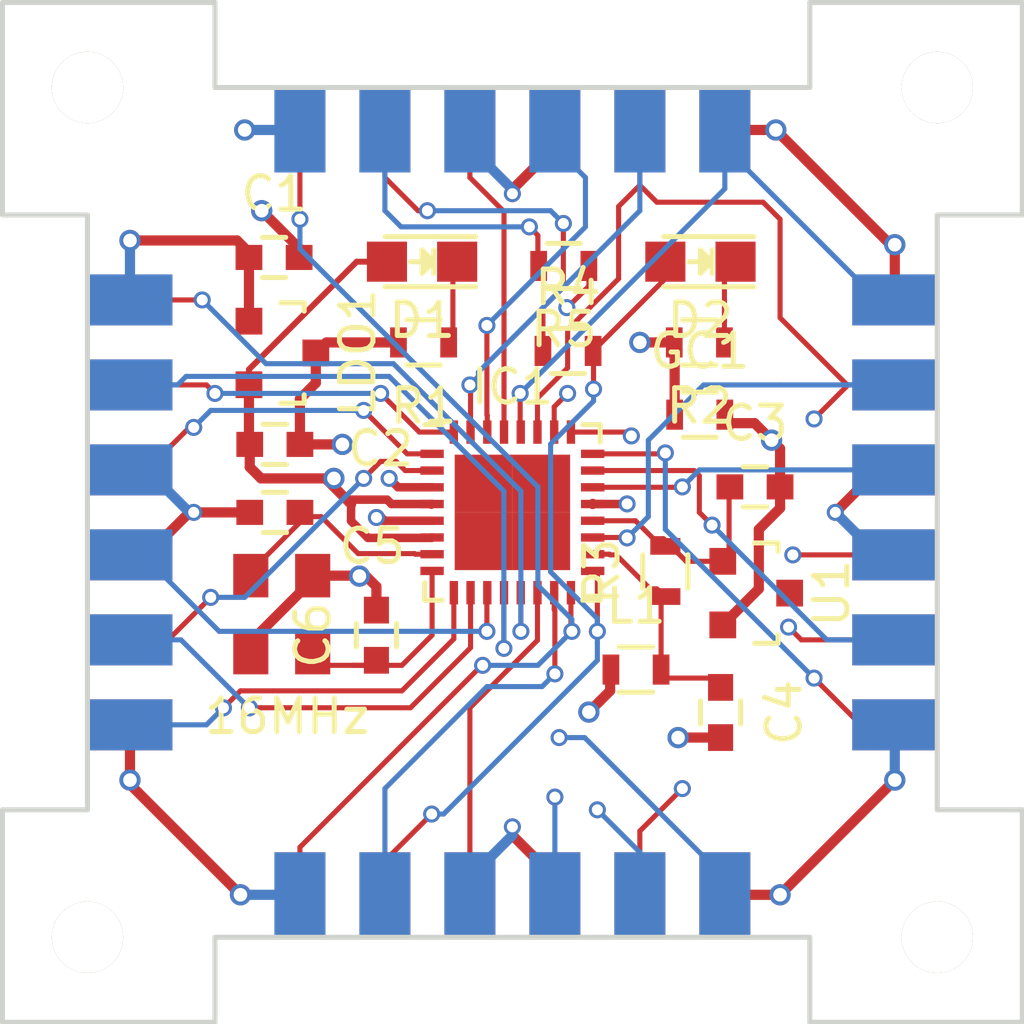
<source format=kicad_pcb>
(kicad_pcb (version 4) (host pcbnew 4.0.0-rc1-stable)

  (general
    (links 84)
    (no_connects 0)
    (area 117.337666 94.239238 168.187191 138.311)
    (thickness 1.6)
    (drawings 20)
    (tracks 456)
    (zones 0)
    (modules 27)
    (nets 37)
  )

  (page A4)
  (layers
    (0 F.Cu signal)
    (1 In1.Cu jumper)
    (2 In2.Cu signal)
    (31 B.Cu signal)
    (33 F.Adhes user hide)
    (35 F.Paste user hide)
    (37 F.SilkS user)
    (39 F.Mask user hide)
    (40 Dwgs.User user)
    (41 Cmts.User user)
    (42 Eco1.User user)
    (43 Eco2.User user)
    (44 Edge.Cuts user)
    (45 Margin user)
    (47 F.CrtYd user)
    (49 F.Fab user)
  )

  (setup
    (last_trace_width 0.1524)
    (trace_clearance 0.1524)
    (zone_clearance 0.254)
    (zone_45_only no)
    (trace_min 0.1524)
    (segment_width 0.2)
    (edge_width 0.15)
    (via_size 0.508)
    (via_drill 0.3302)
    (via_min_size 0.508)
    (via_min_drill 0.3302)
    (blind_buried_vias_allowed yes)
    (uvia_size 0.508)
    (uvia_drill 0.3302)
    (uvias_allowed no)
    (uvia_min_size 0.508)
    (uvia_min_drill 0.3302)
    (pcb_text_width 0.3)
    (pcb_text_size 1.5 1.5)
    (mod_edge_width 0.15)
    (mod_text_size 1 1)
    (mod_text_width 0.15)
    (pad_size 1.524 1.524)
    (pad_drill 0.762)
    (pad_to_mask_clearance 0.2)
    (aux_axis_origin 0 0)
    (visible_elements 7FFFFFFF)
    (pcbplotparams
      (layerselection 0x00030_80000001)
      (usegerberextensions false)
      (excludeedgelayer true)
      (linewidth 0.100000)
      (plotframeref false)
      (viasonmask false)
      (mode 1)
      (useauxorigin false)
      (hpglpennumber 1)
      (hpglpenspeed 20)
      (hpglpendiameter 15)
      (hpglpenoverlay 2)
      (psnegative false)
      (psa4output false)
      (plotreference true)
      (plotvalue true)
      (plotinvisibletext false)
      (padsonsilk false)
      (subtractmaskfromsilk false)
      (outputformat 1)
      (mirror false)
      (drillshape 0)
      (scaleselection 1)
      (outputdirectory ""))
  )

  (net 0 "")
  (net 1 GND)
  (net 2 /3V3)
  (net 3 /2.048V)
  (net 4 GNDA)
  (net 5 "Net-(C4-Pad1)")
  (net 6 "Net-(C5-Pad1)")
  (net 7 "Net-(C6-Pad1)")
  (net 8 "Net-(D1-Pad1)")
  (net 9 /SCK)
  (net 10 "Net-(D2-Pad1)")
  (net 11 /DBUS3)
  (net 12 /DBUS4)
  (net 13 /DBUS5)
  (net 14 /DBUS6)
  (net 15 /DBUS7)
  (net 16 /DBUS0)
  (net 17 /DBUS1)
  (net 18 /~SS)
  (net 19 /MOSI)
  (net 20 /MISO)
  (net 21 /ABUS6*)
  (net 22 /ABUS7*)
  (net 23 /ABUS0)
  (net 24 /ABUS1)
  (net 25 /ABUS2)
  (net 26 /ABUS3)
  (net 27 /ABUS4/SDA)
  (net 28 /ABUS5/SCL)
  (net 29 /~RST)
  (net 30 /DBUS2)
  (net 31 +5V)
  (net 32 "Net-(J2-Pad3)")
  (net 33 "Net-(J2-Pad4)")
  (net 34 "Net-(U1-Pad3)")
  (net 35 /RX)
  (net 36 /TX)

  (net_class Default "This is the default net class."
    (clearance 0.1524)
    (trace_width 0.1524)
    (via_dia 0.508)
    (via_drill 0.3302)
    (uvia_dia 0.508)
    (uvia_drill 0.3302)
    (add_net /2.048V)
    (add_net /ABUS0)
    (add_net /ABUS1)
    (add_net /ABUS2)
    (add_net /ABUS3)
    (add_net /ABUS4/SDA)
    (add_net /ABUS5/SCL)
    (add_net /ABUS6*)
    (add_net /ABUS7*)
    (add_net /DBUS0)
    (add_net /DBUS1)
    (add_net /DBUS2)
    (add_net /DBUS3)
    (add_net /DBUS4)
    (add_net /DBUS5)
    (add_net /DBUS6)
    (add_net /DBUS7)
    (add_net /MISO)
    (add_net /MOSI)
    (add_net /RX)
    (add_net /SCK)
    (add_net /TX)
    (add_net /~RST)
    (add_net /~SS)
    (add_net "Net-(C4-Pad1)")
    (add_net "Net-(C5-Pad1)")
    (add_net "Net-(C6-Pad1)")
    (add_net "Net-(D1-Pad1)")
    (add_net "Net-(D2-Pad1)")
    (add_net "Net-(J2-Pad3)")
    (add_net "Net-(J2-Pad4)")
    (add_net "Net-(U1-Pad3)")
  )

  (net_class BusV ""
    (clearance 0.254)
    (trace_width 0.1524)
    (via_dia 0.508)
    (via_drill 0.3302)
    (uvia_dia 0.508)
    (uvia_drill 0.3302)
  )

  (net_class Power ""
    (clearance 0.1524)
    (trace_width 0.3048)
    (via_dia 0.635)
    (via_drill 0.4064)
    (uvia_dia 0.508)
    (uvia_drill 0.3302)
    (add_net +5V)
    (add_net /3V3)
    (add_net GND)
    (add_net GNDA)
  )

  (module "Libraries - KiCAD:modular8_mounting_hole" (layer F.Cu) (tedit 560F4ADA) (tstamp 561607F9)
    (at 127 127)
    (fp_text reference REF** (at 0 0.5) (layer F.SilkS) hide
      (effects (font (size 1 1) (thickness 0.15)))
    )
    (fp_text value modular8_mounting_hole (at 0 -0.5) (layer F.Fab) hide
      (effects (font (size 1 1) (thickness 0.15)))
    )
    (pad 1 thru_hole circle (at 0 0) (size 2.13 2.13) (drill 2.13) (layers *.Cu *.Mask F.SilkS))
  )

  (module "Libraries - KiCAD:modular8_mounting_hole" (layer F.Cu) (tedit 560F4ADA) (tstamp 562548AD)
    (at 152.4 127)
    (fp_text reference REF** (at 0 0.5) (layer F.SilkS) hide
      (effects (font (size 1 1) (thickness 0.15)))
    )
    (fp_text value modular8_mounting_hole (at 0 -0.5) (layer F.Fab) hide
      (effects (font (size 1 1) (thickness 0.15)))
    )
    (pad 1 thru_hole circle (at 0 0) (size 2.13 2.13) (drill 2.13) (layers *.Cu *.Mask F.SilkS))
  )

  (module "Libraries - KiCAD:modular8_mounting_hole" (layer F.Cu) (tedit 560F4ADA) (tstamp 561607F0)
    (at 152.4 101.6)
    (fp_text reference REF** (at 0 0.5) (layer F.SilkS) hide
      (effects (font (size 1 1) (thickness 0.15)))
    )
    (fp_text value modular8_mounting_hole (at 0 -0.5) (layer F.Fab) hide
      (effects (font (size 1 1) (thickness 0.15)))
    )
    (pad 1 thru_hole circle (at 0 0) (size 2.13 2.13) (drill 2.13) (layers *.Cu *.Mask F.SilkS))
  )

  (module "Libraries - KiCAD:modular8_mounting_hole" (layer F.Cu) (tedit 560F4ADA) (tstamp 562548A5)
    (at 127 101.6)
    (fp_text reference REF** (at 0 0.5) (layer F.SilkS) hide
      (effects (font (size 1 1) (thickness 0.15)))
    )
    (fp_text value modular8_mounting_hole (at 0 -0.5) (layer F.Fab) hide
      (effects (font (size 1 1) (thickness 0.15)))
    )
    (pad 1 thru_hole circle (at 0 0) (size 2.13 2.13) (drill 2.13) (layers *.Cu *.Mask F.SilkS))
  )

  (module LEDs:LED-0805 (layer F.Cu) (tedit 55BDE1C2) (tstamp 561602BC)
    (at 136.99998 106.807 180)
    (descr "LED 0805 smd package")
    (tags "LED 0805 SMD")
    (path /56161A40)
    (attr smd)
    (fp_text reference D1 (at 0 -1.75 180) (layer F.SilkS)
      (effects (font (size 1 1) (thickness 0.15)))
    )
    (fp_text value POW (at 0 1.75 180) (layer F.Fab)
      (effects (font (size 1 1) (thickness 0.15)))
    )
    (fp_line (start -1.6 0.75) (end 1.1 0.75) (layer F.SilkS) (width 0.15))
    (fp_line (start -1.6 -0.75) (end 1.1 -0.75) (layer F.SilkS) (width 0.15))
    (fp_line (start -0.1 0.15) (end -0.1 -0.1) (layer F.SilkS) (width 0.15))
    (fp_line (start -0.1 -0.1) (end -0.25 0.05) (layer F.SilkS) (width 0.15))
    (fp_line (start -0.35 -0.35) (end -0.35 0.35) (layer F.SilkS) (width 0.15))
    (fp_line (start 0 0) (end 0.35 0) (layer F.SilkS) (width 0.15))
    (fp_line (start -0.35 0) (end 0 -0.35) (layer F.SilkS) (width 0.15))
    (fp_line (start 0 -0.35) (end 0 0.35) (layer F.SilkS) (width 0.15))
    (fp_line (start 0 0.35) (end -0.35 0) (layer F.SilkS) (width 0.15))
    (fp_line (start 1.9 -0.95) (end 1.9 0.95) (layer F.CrtYd) (width 0.05))
    (fp_line (start 1.9 0.95) (end -1.9 0.95) (layer F.CrtYd) (width 0.05))
    (fp_line (start -1.9 0.95) (end -1.9 -0.95) (layer F.CrtYd) (width 0.05))
    (fp_line (start -1.9 -0.95) (end 1.9 -0.95) (layer F.CrtYd) (width 0.05))
    (pad 2 smd rect (at 1.04902 0) (size 1.19888 1.19888) (layers F.Cu F.Paste F.Mask)
      (net 2 /3V3))
    (pad 1 smd rect (at -1.04902 0) (size 1.19888 1.19888) (layers F.Cu F.Paste F.Mask)
      (net 8 "Net-(D1-Pad1)"))
    (model LEDs.3dshapes/LED-0805.wrl
      (at (xyz 0 0 0))
      (scale (xyz 1 1 1))
      (rotate (xyz 0 0 0))
    )
  )

  (module LEDs:LED-0805 (layer F.Cu) (tedit 55BDE1C2) (tstamp 561602C2)
    (at 145.32102 106.807 180)
    (descr "LED 0805 smd package")
    (tags "LED 0805 SMD")
    (path /56161ADE)
    (attr smd)
    (fp_text reference D2 (at 0 -1.75 180) (layer F.SilkS)
      (effects (font (size 1 1) (thickness 0.15)))
    )
    (fp_text value SCK (at 0 1.75 180) (layer F.Fab)
      (effects (font (size 1 1) (thickness 0.15)))
    )
    (fp_line (start -1.6 0.75) (end 1.1 0.75) (layer F.SilkS) (width 0.15))
    (fp_line (start -1.6 -0.75) (end 1.1 -0.75) (layer F.SilkS) (width 0.15))
    (fp_line (start -0.1 0.15) (end -0.1 -0.1) (layer F.SilkS) (width 0.15))
    (fp_line (start -0.1 -0.1) (end -0.25 0.05) (layer F.SilkS) (width 0.15))
    (fp_line (start -0.35 -0.35) (end -0.35 0.35) (layer F.SilkS) (width 0.15))
    (fp_line (start 0 0) (end 0.35 0) (layer F.SilkS) (width 0.15))
    (fp_line (start -0.35 0) (end 0 -0.35) (layer F.SilkS) (width 0.15))
    (fp_line (start 0 -0.35) (end 0 0.35) (layer F.SilkS) (width 0.15))
    (fp_line (start 0 0.35) (end -0.35 0) (layer F.SilkS) (width 0.15))
    (fp_line (start 1.9 -0.95) (end 1.9 0.95) (layer F.CrtYd) (width 0.05))
    (fp_line (start 1.9 0.95) (end -1.9 0.95) (layer F.CrtYd) (width 0.05))
    (fp_line (start -1.9 0.95) (end -1.9 -0.95) (layer F.CrtYd) (width 0.05))
    (fp_line (start -1.9 -0.95) (end 1.9 -0.95) (layer F.CrtYd) (width 0.05))
    (pad 2 smd rect (at 1.04902 0) (size 1.19888 1.19888) (layers F.Cu F.Paste F.Mask)
      (net 9 /SCK))
    (pad 1 smd rect (at -1.04902 0) (size 1.19888 1.19888) (layers F.Cu F.Paste F.Mask)
      (net 10 "Net-(D2-Pad1)"))
    (model LEDs.3dshapes/LED-0805.wrl
      (at (xyz 0 0 0))
      (scale (xyz 1 1 1))
      (rotate (xyz 0 0 0))
    )
  )

  (module "Libraries - KiCAD:modular8_rev3_edge" (layer F.Cu) (tedit 560B6D0D) (tstamp 561602FC)
    (at 140.97 125.73 180)
    (path /561342C2)
    (fp_text reference J1 (at -3.81 -3.81 180) (layer F.SilkS) hide
      (effects (font (size 1 1) (thickness 0.15)))
    )
    (fp_text value modular8_rev3_comms_out (at 1.27 -2.54 180) (layer F.Fab) hide
      (effects (font (size 1 1) (thickness 0.15)))
    )
    (pad 1 smd rect (at -5.08 0 180) (size 1.524 2.54) (layers F.Cu F.Paste F.Mask)
      (net 31 +5V))
    (pad 3 smd rect (at -2.54 0 180) (size 1.524 2.54) (layers F.Cu F.Paste F.Mask)
      (net 27 /ABUS4/SDA))
    (pad 5 smd rect (at 0 0 180) (size 1.524 2.54) (layers F.Cu F.Paste F.Mask)
      (net 1 GND))
    (pad 7 smd rect (at 2.54 0 180) (size 1.524 2.54) (layers F.Cu F.Paste F.Mask)
      (net 18 /~SS))
    (pad 9 smd rect (at 5.08 0 180) (size 1.524 2.54) (layers F.Cu F.Paste F.Mask)
      (net 9 /SCK))
    (pad 11 smd rect (at 7.62 0 180) (size 1.524 2.54) (layers F.Cu F.Paste F.Mask)
      (net 20 /MISO))
    (pad 2 smd rect (at -5.08 0 180) (size 1.524 2.54) (layers B.Cu F.Paste F.Mask)
      (net 28 /ABUS5/SCL))
    (pad 4 smd rect (at -2.54 0 180) (size 1.524 2.54) (layers B.Cu F.Paste F.Mask)
      (net 35 /RX))
    (pad 6 smd rect (at 0 0 180) (size 1.524 2.54) (layers B.Cu F.Paste F.Mask)
      (net 36 /TX))
    (pad 8 smd rect (at 2.54 0 180) (size 1.524 2.54) (layers B.Cu F.Paste F.Mask)
      (net 1 GND))
    (pad 10 smd rect (at 5.08 0 180) (size 1.524 2.54) (layers B.Cu F.Paste F.Mask)
      (net 19 /MOSI))
    (pad 12 smd rect (at 7.62 0 180) (size 1.524 2.54) (layers B.Cu F.Paste F.Mask)
      (net 31 +5V))
  )

  (module "Libraries - KiCAD:modular8_rev3_edge" (layer F.Cu) (tedit 560B6D0D) (tstamp 5616030C)
    (at 138.43 102.87)
    (path /56134219)
    (fp_text reference J2 (at -3.81 -3.81) (layer F.SilkS) hide
      (effects (font (size 1 1) (thickness 0.15)))
    )
    (fp_text value modular8_rev3_comms_in (at 1.27 -2.54) (layer F.Fab) hide
      (effects (font (size 1 1) (thickness 0.15)))
    )
    (pad 1 smd rect (at -5.08 0) (size 1.524 2.54) (layers F.Cu F.Paste F.Mask)
      (net 20 /MISO))
    (pad 3 smd rect (at -2.54 0) (size 1.524 2.54) (layers F.Cu F.Paste F.Mask)
      (net 32 "Net-(J2-Pad3)"))
    (pad 5 smd rect (at 0 0) (size 1.524 2.54) (layers F.Cu F.Paste F.Mask)
      (net 29 /~RST))
    (pad 7 smd rect (at 2.54 0) (size 1.524 2.54) (layers F.Cu F.Paste F.Mask)
      (net 1 GND))
    (pad 9 smd rect (at 5.08 0) (size 1.524 2.54) (layers F.Cu F.Paste F.Mask)
      (net 27 /ABUS4/SDA))
    (pad 11 smd rect (at 7.62 0) (size 1.524 2.54) (layers F.Cu F.Paste F.Mask)
      (net 31 +5V))
    (pad 2 smd rect (at -5.08 0) (size 1.524 2.54) (layers B.Cu F.Paste F.Mask)
      (net 31 +5V))
    (pad 4 smd rect (at -2.54 0) (size 1.524 2.54) (layers B.Cu F.Paste F.Mask)
      (net 33 "Net-(J2-Pad4)"))
    (pad 6 smd rect (at 0 0) (size 1.524 2.54) (layers B.Cu F.Paste F.Mask)
      (net 1 GND))
    (pad 8 smd rect (at 2.54 0) (size 1.524 2.54) (layers B.Cu F.Paste F.Mask)
      (net 35 /RX))
    (pad 10 smd rect (at 5.08 0) (size 1.524 2.54) (layers B.Cu F.Paste F.Mask)
      (net 36 /TX))
    (pad 12 smd rect (at 7.62 0) (size 1.524 2.54) (layers B.Cu F.Paste F.Mask)
      (net 28 /ABUS5/SCL))
  )

  (module "Libraries - KiCAD:modular8_rev3_edge" (layer F.Cu) (tedit 560B6D0D) (tstamp 5616031C)
    (at 151.13 113.03 270)
    (path /5613414E)
    (fp_text reference J3 (at -3.81 -3.81 270) (layer F.SilkS) hide
      (effects (font (size 1 1) (thickness 0.15)))
    )
    (fp_text value modular8_rev3_interface_master (at 1.27 -2.54 270) (layer F.Fab) hide
      (effects (font (size 1 1) (thickness 0.15)))
    )
    (pad 1 smd rect (at -5.08 0 270) (size 1.524 2.54) (layers F.Cu F.Paste F.Mask)
      (net 31 +5V))
    (pad 3 smd rect (at -2.54 0 270) (size 1.524 2.54) (layers F.Cu F.Paste F.Mask)
      (net 27 /ABUS4/SDA))
    (pad 5 smd rect (at 0 0 270) (size 1.524 2.54) (layers F.Cu F.Paste F.Mask)
      (net 4 GNDA))
    (pad 7 smd rect (at 2.54 0 270) (size 1.524 2.54) (layers F.Cu F.Paste F.Mask)
      (net 26 /ABUS3))
    (pad 9 smd rect (at 5.08 0 270) (size 1.524 2.54) (layers F.Cu F.Paste F.Mask)
      (net 25 /ABUS2))
    (pad 11 smd rect (at 7.62 0 270) (size 1.524 2.54) (layers F.Cu F.Paste F.Mask)
      (net 24 /ABUS1))
    (pad 2 smd rect (at -5.08 0 270) (size 1.524 2.54) (layers B.Cu F.Paste F.Mask)
      (net 28 /ABUS5/SCL))
    (pad 4 smd rect (at -2.54 0 270) (size 1.524 2.54) (layers B.Cu F.Paste F.Mask)
      (net 21 /ABUS6*))
    (pad 6 smd rect (at 0 0 270) (size 1.524 2.54) (layers B.Cu F.Paste F.Mask)
      (net 22 /ABUS7*))
    (pad 8 smd rect (at 2.54 0 270) (size 1.524 2.54) (layers B.Cu F.Paste F.Mask)
      (net 4 GNDA))
    (pad 10 smd rect (at 5.08 0 270) (size 1.524 2.54) (layers B.Cu F.Paste F.Mask)
      (net 23 /ABUS0))
    (pad 12 smd rect (at 7.62 0 270) (size 1.524 2.54) (layers B.Cu F.Paste F.Mask)
      (net 31 +5V))
  )

  (module "Libraries - KiCAD:modular8_rev3_edge" (layer F.Cu) (tedit 560B6D0D) (tstamp 5616032C)
    (at 128.27 115.57 90)
    (path /561341ED)
    (fp_text reference J4 (at -3.81 -3.81 90) (layer F.SilkS) hide
      (effects (font (size 1 1) (thickness 0.15)))
    )
    (fp_text value modular8_rev3_interface_master (at 1.27 -2.54 90) (layer F.Fab) hide
      (effects (font (size 1 1) (thickness 0.15)))
    )
    (pad 1 smd rect (at -5.08 0 90) (size 1.524 2.54) (layers F.Cu F.Paste F.Mask)
      (net 31 +5V))
    (pad 3 smd rect (at -2.54 0 90) (size 1.524 2.54) (layers F.Cu F.Paste F.Mask)
      (net 12 /DBUS4))
    (pad 5 smd rect (at 0 0 90) (size 1.524 2.54) (layers F.Cu F.Paste F.Mask)
      (net 1 GND))
    (pad 7 smd rect (at 2.54 0 90) (size 1.524 2.54) (layers F.Cu F.Paste F.Mask)
      (net 11 /DBUS3))
    (pad 9 smd rect (at 5.08 0 90) (size 1.524 2.54) (layers F.Cu F.Paste F.Mask)
      (net 30 /DBUS2))
    (pad 11 smd rect (at 7.62 0 90) (size 1.524 2.54) (layers F.Cu F.Paste F.Mask)
      (net 17 /DBUS1))
    (pad 2 smd rect (at -5.08 0 90) (size 1.524 2.54) (layers B.Cu F.Paste F.Mask)
      (net 13 /DBUS5))
    (pad 4 smd rect (at -2.54 0 90) (size 1.524 2.54) (layers B.Cu F.Paste F.Mask)
      (net 14 /DBUS6))
    (pad 6 smd rect (at 0 0 90) (size 1.524 2.54) (layers B.Cu F.Paste F.Mask)
      (net 15 /DBUS7))
    (pad 8 smd rect (at 2.54 0 90) (size 1.524 2.54) (layers B.Cu F.Paste F.Mask)
      (net 1 GND))
    (pad 10 smd rect (at 5.08 0 90) (size 1.524 2.54) (layers B.Cu F.Paste F.Mask)
      (net 16 /DBUS0))
    (pad 12 smd rect (at 7.62 0 90) (size 1.524 2.54) (layers B.Cu F.Paste F.Mask)
      (net 31 +5V))
  )

  (module Housings_SOT-23_SOT-143_TSOT-6:SOT-23 (layer F.Cu) (tedit 56160974) (tstamp 56160339)
    (at 132.82676 109.535 270)
    (descr "SOT-23, Standard")
    (tags SOT-23)
    (path /561367E8)
    (attr smd)
    (fp_text reference LDO1 (at 0 -2.25 270) (layer F.SilkS)
      (effects (font (size 1 1) (thickness 0.15)))
    )
    (fp_text value AP7313-33SAG-7 (at 0 2.3 270) (layer F.Fab) hide
      (effects (font (size 1 1) (thickness 0.15)))
    )
    (fp_line (start -1.65 -1.6) (end 1.65 -1.6) (layer F.CrtYd) (width 0.05))
    (fp_line (start 1.65 -1.6) (end 1.65 1.6) (layer F.CrtYd) (width 0.05))
    (fp_line (start 1.65 1.6) (end -1.65 1.6) (layer F.CrtYd) (width 0.05))
    (fp_line (start -1.65 1.6) (end -1.65 -1.6) (layer F.CrtYd) (width 0.05))
    (fp_line (start 1.29916 -0.65024) (end 1.2509 -0.65024) (layer F.SilkS) (width 0.15))
    (fp_line (start -1.49982 0.0508) (end -1.49982 -0.65024) (layer F.SilkS) (width 0.15))
    (fp_line (start -1.49982 -0.65024) (end -1.2509 -0.65024) (layer F.SilkS) (width 0.15))
    (fp_line (start 1.29916 -0.65024) (end 1.49982 -0.65024) (layer F.SilkS) (width 0.15))
    (fp_line (start 1.49982 -0.65024) (end 1.49982 0.0508) (layer F.SilkS) (width 0.15))
    (pad 1 smd rect (at -0.95 1.00076 270) (size 0.8001 0.8001) (layers F.Cu F.Paste F.Mask)
      (net 31 +5V))
    (pad 2 smd rect (at 0.95 1.00076 270) (size 0.8001 0.8001) (layers F.Cu F.Paste F.Mask)
      (net 2 /3V3))
    (pad 3 smd rect (at 0 -0.99822 270) (size 0.8001 0.8001) (layers F.Cu F.Paste F.Mask)
      (net 1 GND))
    (model Housings_SOT-23_SOT-143_TSOT-6.3dshapes/SOT-23.wrl
      (at (xyz 0 0 0))
      (scale (xyz 1 1 1))
      (rotate (xyz 0 0 0))
    )
  )

  (module Housings_SOT-23_SOT-143_TSOT-6:SOT-23 (layer F.Cu) (tedit 561607EE) (tstamp 5616036A)
    (at 146.98976 116.713 270)
    (descr "SOT-23, Standard")
    (tags SOT-23)
    (path /5615DDA9)
    (attr smd)
    (fp_text reference U1 (at 0 -2.25 270) (layer F.SilkS)
      (effects (font (size 1 1) (thickness 0.15)))
    )
    (fp_text value LM4040D20IDBZR (at 0 2.3 270) (layer F.Fab) hide
      (effects (font (size 1 1) (thickness 0.15)))
    )
    (fp_line (start -1.65 -1.6) (end 1.65 -1.6) (layer F.CrtYd) (width 0.05))
    (fp_line (start 1.65 -1.6) (end 1.65 1.6) (layer F.CrtYd) (width 0.05))
    (fp_line (start 1.65 1.6) (end -1.65 1.6) (layer F.CrtYd) (width 0.05))
    (fp_line (start -1.65 1.6) (end -1.65 -1.6) (layer F.CrtYd) (width 0.05))
    (fp_line (start 1.29916 -0.65024) (end 1.2509 -0.65024) (layer F.SilkS) (width 0.15))
    (fp_line (start -1.49982 0.0508) (end -1.49982 -0.65024) (layer F.SilkS) (width 0.15))
    (fp_line (start -1.49982 -0.65024) (end -1.2509 -0.65024) (layer F.SilkS) (width 0.15))
    (fp_line (start 1.29916 -0.65024) (end 1.49982 -0.65024) (layer F.SilkS) (width 0.15))
    (fp_line (start 1.49982 -0.65024) (end 1.49982 0.0508) (layer F.SilkS) (width 0.15))
    (pad 1 smd rect (at -0.95 1.00076 270) (size 0.8001 0.8001) (layers F.Cu F.Paste F.Mask)
      (net 3 /2.048V))
    (pad 2 smd rect (at 0.95 1.00076 270) (size 0.8001 0.8001) (layers F.Cu F.Paste F.Mask)
      (net 4 GNDA))
    (pad 3 smd rect (at 0 -0.99822 270) (size 0.8001 0.8001) (layers F.Cu F.Paste F.Mask)
      (net 34 "Net-(U1-Pad3)"))
    (model Housings_SOT-23_SOT-143_TSOT-6.3dshapes/SOT-23.wrl
      (at (xyz 0 0 0))
      (scale (xyz 1 1 1))
      (rotate (xyz 0 0 0))
    )
  )

  (module "Libraries - KiCAD:CSMD-ABM8" (layer F.Cu) (tedit 56256011) (tstamp 56160377)
    (at 132.806 117.341 270)
    (path /56166757)
    (fp_text reference 16MHz (at 3.055 -0.163 360) (layer F.SilkS)
      (effects (font (size 1 1) (thickness 0.15)))
    )
    (fp_text value ABM8-16.000MHZ-10-1-U-T (at 0 -5.08 270) (layer F.Fab) hide
      (effects (font (size 1 1) (thickness 0.15)))
    )
    (fp_line (start 1.9 1.6) (end 1.9 0) (layer F.CrtYd) (width 0.15))
    (fp_line (start -2 1.6) (end 1.9 1.6) (layer F.CrtYd) (width 0.15))
    (fp_line (start -1.9 -1.6) (end -2 1.6) (layer F.CrtYd) (width 0.15))
    (fp_line (start 1.9 -1.6) (end -1.9 -1.6) (layer F.CrtYd) (width 0.15))
    (fp_line (start 1.9 0) (end 1.9 -1.6) (layer F.CrtYd) (width 0.15))
    (pad 1 smd rect (at -1.15 0.925 270) (size 1.3 1.05) (layers F.Cu F.Paste F.Mask)
      (net 6 "Net-(C5-Pad1)"))
    (pad 2 smd rect (at 1.15 0.925 270) (size 1.3 1.05) (layers F.Cu F.Paste F.Mask)
      (net 1 GND))
    (pad 3 smd rect (at 1.15 -0.925 270) (size 1.3 1.05) (layers F.Cu F.Paste F.Mask)
      (net 7 "Net-(C6-Pad1)"))
    (pad 4 smd rect (at -1.15 -0.925 270) (size 1.3 1.05) (layers F.Cu F.Paste F.Mask)
      (net 1 GND))
  )

  (module Capacitors_SMD:C_0603 (layer F.Cu) (tedit 5415D631) (tstamp 56246AB8)
    (at 132.576 106.68)
    (descr "Capacitor SMD 0603, reflow soldering, AVX (see smccp.pdf)")
    (tags "capacitor 0603")
    (path /56136AC5)
    (attr smd)
    (fp_text reference C1 (at 0 -1.9) (layer F.SilkS)
      (effects (font (size 1 1) (thickness 0.15)))
    )
    (fp_text value 1uF (at 0 1.9) (layer F.Fab)
      (effects (font (size 1 1) (thickness 0.15)))
    )
    (fp_line (start -1.45 -0.75) (end 1.45 -0.75) (layer F.CrtYd) (width 0.05))
    (fp_line (start -1.45 0.75) (end 1.45 0.75) (layer F.CrtYd) (width 0.05))
    (fp_line (start -1.45 -0.75) (end -1.45 0.75) (layer F.CrtYd) (width 0.05))
    (fp_line (start 1.45 -0.75) (end 1.45 0.75) (layer F.CrtYd) (width 0.05))
    (fp_line (start -0.35 -0.6) (end 0.35 -0.6) (layer F.SilkS) (width 0.15))
    (fp_line (start 0.35 0.6) (end -0.35 0.6) (layer F.SilkS) (width 0.15))
    (pad 1 smd rect (at -0.75 0) (size 0.8 0.75) (layers F.Cu F.Paste F.Mask)
      (net 31 +5V))
    (pad 2 smd rect (at 0.75 0) (size 0.8 0.75) (layers F.Cu F.Paste F.Mask)
      (net 1 GND))
    (model Capacitors_SMD.3dshapes/C_0603.wrl
      (at (xyz 0 0 0))
      (scale (xyz 1 1 1))
      (rotate (xyz 0 0 0))
    )
  )

  (module Capacitors_SMD:C_0603 (layer F.Cu) (tedit 5415D631) (tstamp 56246ABD)
    (at 132.6 112.268)
    (descr "Capacitor SMD 0603, reflow soldering, AVX (see smccp.pdf)")
    (tags "capacitor 0603")
    (path /56136A87)
    (attr smd)
    (fp_text reference C2 (at 3.163 0.127) (layer F.SilkS)
      (effects (font (size 1 1) (thickness 0.15)))
    )
    (fp_text value 1uF (at 0 1.9) (layer F.Fab)
      (effects (font (size 1 1) (thickness 0.15)))
    )
    (fp_line (start -1.45 -0.75) (end 1.45 -0.75) (layer F.CrtYd) (width 0.05))
    (fp_line (start -1.45 0.75) (end 1.45 0.75) (layer F.CrtYd) (width 0.05))
    (fp_line (start -1.45 -0.75) (end -1.45 0.75) (layer F.CrtYd) (width 0.05))
    (fp_line (start 1.45 -0.75) (end 1.45 0.75) (layer F.CrtYd) (width 0.05))
    (fp_line (start -0.35 -0.6) (end 0.35 -0.6) (layer F.SilkS) (width 0.15))
    (fp_line (start 0.35 0.6) (end -0.35 0.6) (layer F.SilkS) (width 0.15))
    (pad 1 smd rect (at -0.75 0) (size 0.8 0.75) (layers F.Cu F.Paste F.Mask)
      (net 2 /3V3))
    (pad 2 smd rect (at 0.75 0) (size 0.8 0.75) (layers F.Cu F.Paste F.Mask)
      (net 1 GND))
    (model Capacitors_SMD.3dshapes/C_0603.wrl
      (at (xyz 0 0 0))
      (scale (xyz 1 1 1))
      (rotate (xyz 0 0 0))
    )
  )

  (module Capacitors_SMD:C_0603 (layer F.Cu) (tedit 5415D631) (tstamp 56246AC2)
    (at 146.951 113.538)
    (descr "Capacitor SMD 0603, reflow soldering, AVX (see smccp.pdf)")
    (tags "capacitor 0603")
    (path /56165254)
    (attr smd)
    (fp_text reference C3 (at 0 -1.9) (layer F.SilkS)
      (effects (font (size 1 1) (thickness 0.15)))
    )
    (fp_text value 0.1uF (at 0 1.9) (layer F.Fab)
      (effects (font (size 1 1) (thickness 0.15)))
    )
    (fp_line (start -1.45 -0.75) (end 1.45 -0.75) (layer F.CrtYd) (width 0.05))
    (fp_line (start -1.45 0.75) (end 1.45 0.75) (layer F.CrtYd) (width 0.05))
    (fp_line (start -1.45 -0.75) (end -1.45 0.75) (layer F.CrtYd) (width 0.05))
    (fp_line (start 1.45 -0.75) (end 1.45 0.75) (layer F.CrtYd) (width 0.05))
    (fp_line (start -0.35 -0.6) (end 0.35 -0.6) (layer F.SilkS) (width 0.15))
    (fp_line (start 0.35 0.6) (end -0.35 0.6) (layer F.SilkS) (width 0.15))
    (pad 1 smd rect (at -0.75 0) (size 0.8 0.75) (layers F.Cu F.Paste F.Mask)
      (net 3 /2.048V))
    (pad 2 smd rect (at 0.75 0) (size 0.8 0.75) (layers F.Cu F.Paste F.Mask)
      (net 4 GNDA))
    (model Capacitors_SMD.3dshapes/C_0603.wrl
      (at (xyz 0 0 0))
      (scale (xyz 1 1 1))
      (rotate (xyz 0 0 0))
    )
  )

  (module Capacitors_SMD:C_0603 (layer F.Cu) (tedit 5415D631) (tstamp 56246AC7)
    (at 145.923 120.281 270)
    (descr "Capacitor SMD 0603, reflow soldering, AVX (see smccp.pdf)")
    (tags "capacitor 0603")
    (path /56137C41)
    (attr smd)
    (fp_text reference C4 (at 0 -1.9 270) (layer F.SilkS)
      (effects (font (size 1 1) (thickness 0.15)))
    )
    (fp_text value 0.1uF (at 0 1.9 270) (layer F.Fab)
      (effects (font (size 1 1) (thickness 0.15)))
    )
    (fp_line (start -1.45 -0.75) (end 1.45 -0.75) (layer F.CrtYd) (width 0.05))
    (fp_line (start -1.45 0.75) (end 1.45 0.75) (layer F.CrtYd) (width 0.05))
    (fp_line (start -1.45 -0.75) (end -1.45 0.75) (layer F.CrtYd) (width 0.05))
    (fp_line (start 1.45 -0.75) (end 1.45 0.75) (layer F.CrtYd) (width 0.05))
    (fp_line (start -0.35 -0.6) (end 0.35 -0.6) (layer F.SilkS) (width 0.15))
    (fp_line (start 0.35 0.6) (end -0.35 0.6) (layer F.SilkS) (width 0.15))
    (pad 1 smd rect (at -0.75 0 270) (size 0.8 0.75) (layers F.Cu F.Paste F.Mask)
      (net 5 "Net-(C4-Pad1)"))
    (pad 2 smd rect (at 0.75 0 270) (size 0.8 0.75) (layers F.Cu F.Paste F.Mask)
      (net 4 GNDA))
    (model Capacitors_SMD.3dshapes/C_0603.wrl
      (at (xyz 0 0 0))
      (scale (xyz 1 1 1))
      (rotate (xyz 0 0 0))
    )
  )

  (module Capacitors_SMD:C_0603 (layer F.Cu) (tedit 5415D631) (tstamp 56246ACC)
    (at 132.6 114.3 180)
    (descr "Capacitor SMD 0603, reflow soldering, AVX (see smccp.pdf)")
    (tags "capacitor 0603")
    (path /56136442)
    (attr smd)
    (fp_text reference C5 (at -2.909 -1.016 180) (layer F.SilkS)
      (effects (font (size 1 1) (thickness 0.15)))
    )
    (fp_text value 15pF (at 0 1.9 180) (layer F.Fab)
      (effects (font (size 1 1) (thickness 0.15)))
    )
    (fp_line (start -1.45 -0.75) (end 1.45 -0.75) (layer F.CrtYd) (width 0.05))
    (fp_line (start -1.45 0.75) (end 1.45 0.75) (layer F.CrtYd) (width 0.05))
    (fp_line (start -1.45 -0.75) (end -1.45 0.75) (layer F.CrtYd) (width 0.05))
    (fp_line (start 1.45 -0.75) (end 1.45 0.75) (layer F.CrtYd) (width 0.05))
    (fp_line (start -0.35 -0.6) (end 0.35 -0.6) (layer F.SilkS) (width 0.15))
    (fp_line (start 0.35 0.6) (end -0.35 0.6) (layer F.SilkS) (width 0.15))
    (pad 1 smd rect (at -0.75 0 180) (size 0.8 0.75) (layers F.Cu F.Paste F.Mask)
      (net 6 "Net-(C5-Pad1)"))
    (pad 2 smd rect (at 0.75 0 180) (size 0.8 0.75) (layers F.Cu F.Paste F.Mask)
      (net 1 GND))
    (model Capacitors_SMD.3dshapes/C_0603.wrl
      (at (xyz 0 0 0))
      (scale (xyz 1 1 1))
      (rotate (xyz 0 0 0))
    )
  )

  (module Capacitors_SMD:C_0603 (layer F.Cu) (tedit 5415D631) (tstamp 56246AD1)
    (at 135.636 117.971 90)
    (descr "Capacitor SMD 0603, reflow soldering, AVX (see smccp.pdf)")
    (tags "capacitor 0603")
    (path /561364F7)
    (attr smd)
    (fp_text reference C6 (at 0 -1.9 90) (layer F.SilkS)
      (effects (font (size 1 1) (thickness 0.15)))
    )
    (fp_text value 15pF (at 0 1.9 90) (layer F.Fab)
      (effects (font (size 1 1) (thickness 0.15)))
    )
    (fp_line (start -1.45 -0.75) (end 1.45 -0.75) (layer F.CrtYd) (width 0.05))
    (fp_line (start -1.45 0.75) (end 1.45 0.75) (layer F.CrtYd) (width 0.05))
    (fp_line (start -1.45 -0.75) (end -1.45 0.75) (layer F.CrtYd) (width 0.05))
    (fp_line (start 1.45 -0.75) (end 1.45 0.75) (layer F.CrtYd) (width 0.05))
    (fp_line (start -0.35 -0.6) (end 0.35 -0.6) (layer F.SilkS) (width 0.15))
    (fp_line (start 0.35 0.6) (end -0.35 0.6) (layer F.SilkS) (width 0.15))
    (pad 1 smd rect (at -0.75 0 90) (size 0.8 0.75) (layers F.Cu F.Paste F.Mask)
      (net 7 "Net-(C6-Pad1)"))
    (pad 2 smd rect (at 0.75 0 90) (size 0.8 0.75) (layers F.Cu F.Paste F.Mask)
      (net 1 GND))
    (model Capacitors_SMD.3dshapes/C_0603.wrl
      (at (xyz 0 0 0))
      (scale (xyz 1 1 1))
      (rotate (xyz 0 0 0))
    )
  )

  (module Resistors_SMD:R_0603 (layer F.Cu) (tedit 5415CC62) (tstamp 56246AD6)
    (at 145.3 111.379)
    (descr "Resistor SMD 0603, reflow soldering, Vishay (see dcrcw.pdf)")
    (tags "resistor 0603")
    (path /56135BC6)
    (attr smd)
    (fp_text reference GC1 (at 0 -1.9) (layer F.SilkS)
      (effects (font (size 1 1) (thickness 0.15)))
    )
    (fp_text value 0 (at 0 1.9) (layer F.Fab)
      (effects (font (size 1 1) (thickness 0.15)))
    )
    (fp_line (start -1.3 -0.8) (end 1.3 -0.8) (layer F.CrtYd) (width 0.05))
    (fp_line (start -1.3 0.8) (end 1.3 0.8) (layer F.CrtYd) (width 0.05))
    (fp_line (start -1.3 -0.8) (end -1.3 0.8) (layer F.CrtYd) (width 0.05))
    (fp_line (start 1.3 -0.8) (end 1.3 0.8) (layer F.CrtYd) (width 0.05))
    (fp_line (start 0.5 0.675) (end -0.5 0.675) (layer F.SilkS) (width 0.15))
    (fp_line (start -0.5 -0.675) (end 0.5 -0.675) (layer F.SilkS) (width 0.15))
    (pad 1 smd rect (at -0.75 0) (size 0.5 0.9) (layers F.Cu F.Paste F.Mask)
      (net 1 GND))
    (pad 2 smd rect (at 0.75 0) (size 0.5 0.9) (layers F.Cu F.Paste F.Mask)
      (net 4 GNDA))
    (model Resistors_SMD.3dshapes/R_0603.wrl
      (at (xyz 0 0 0))
      (scale (xyz 1 1 1))
      (rotate (xyz 0 0 0))
    )
  )

  (module Resistors_SMD:R_0603 (layer F.Cu) (tedit 5415CC62) (tstamp 56246ADB)
    (at 143.395 118.999)
    (descr "Resistor SMD 0603, reflow soldering, Vishay (see dcrcw.pdf)")
    (tags "resistor 0603")
    (path /5613734A)
    (attr smd)
    (fp_text reference L1 (at 0 -1.9) (layer F.SilkS)
      (effects (font (size 1 1) (thickness 0.15)))
    )
    (fp_text value 10uH (at 0 1.9) (layer F.Fab)
      (effects (font (size 1 1) (thickness 0.15)))
    )
    (fp_line (start -1.3 -0.8) (end 1.3 -0.8) (layer F.CrtYd) (width 0.05))
    (fp_line (start -1.3 0.8) (end 1.3 0.8) (layer F.CrtYd) (width 0.05))
    (fp_line (start -1.3 -0.8) (end -1.3 0.8) (layer F.CrtYd) (width 0.05))
    (fp_line (start 1.3 -0.8) (end 1.3 0.8) (layer F.CrtYd) (width 0.05))
    (fp_line (start 0.5 0.675) (end -0.5 0.675) (layer F.SilkS) (width 0.15))
    (fp_line (start -0.5 -0.675) (end 0.5 -0.675) (layer F.SilkS) (width 0.15))
    (pad 1 smd rect (at -0.75 0) (size 0.5 0.9) (layers F.Cu F.Paste F.Mask)
      (net 2 /3V3))
    (pad 2 smd rect (at 0.75 0) (size 0.5 0.9) (layers F.Cu F.Paste F.Mask)
      (net 5 "Net-(C4-Pad1)"))
    (model Resistors_SMD.3dshapes/R_0603.wrl
      (at (xyz 0 0 0))
      (scale (xyz 1 1 1))
      (rotate (xyz 0 0 0))
    )
  )

  (module Resistors_SMD:R_0603 (layer F.Cu) (tedit 5415CC62) (tstamp 56246AE0)
    (at 137.045 109.22 180)
    (descr "Resistor SMD 0603, reflow soldering, Vishay (see dcrcw.pdf)")
    (tags "resistor 0603")
    (path /56161CA1)
    (attr smd)
    (fp_text reference R1 (at 0 -1.9 180) (layer F.SilkS)
      (effects (font (size 1 1) (thickness 0.15)))
    )
    (fp_text value 680 (at 0 1.9 180) (layer F.Fab)
      (effects (font (size 1 1) (thickness 0.15)))
    )
    (fp_line (start -1.3 -0.8) (end 1.3 -0.8) (layer F.CrtYd) (width 0.05))
    (fp_line (start -1.3 0.8) (end 1.3 0.8) (layer F.CrtYd) (width 0.05))
    (fp_line (start -1.3 -0.8) (end -1.3 0.8) (layer F.CrtYd) (width 0.05))
    (fp_line (start 1.3 -0.8) (end 1.3 0.8) (layer F.CrtYd) (width 0.05))
    (fp_line (start 0.5 0.675) (end -0.5 0.675) (layer F.SilkS) (width 0.15))
    (fp_line (start -0.5 -0.675) (end 0.5 -0.675) (layer F.SilkS) (width 0.15))
    (pad 1 smd rect (at -0.75 0 180) (size 0.5 0.9) (layers F.Cu F.Paste F.Mask)
      (net 8 "Net-(D1-Pad1)"))
    (pad 2 smd rect (at 0.75 0 180) (size 0.5 0.9) (layers F.Cu F.Paste F.Mask)
      (net 1 GND))
    (model Resistors_SMD.3dshapes/R_0603.wrl
      (at (xyz 0 0 0))
      (scale (xyz 1 1 1))
      (rotate (xyz 0 0 0))
    )
  )

  (module Resistors_SMD:R_0603 (layer F.Cu) (tedit 5415CC62) (tstamp 56246AE5)
    (at 145.288 109.22 180)
    (descr "Resistor SMD 0603, reflow soldering, Vishay (see dcrcw.pdf)")
    (tags "resistor 0603")
    (path /56161E4F)
    (attr smd)
    (fp_text reference R2 (at 0 -1.9 180) (layer F.SilkS)
      (effects (font (size 1 1) (thickness 0.15)))
    )
    (fp_text value 680 (at 0 1.9 180) (layer F.Fab)
      (effects (font (size 1 1) (thickness 0.15)))
    )
    (fp_line (start -1.3 -0.8) (end 1.3 -0.8) (layer F.CrtYd) (width 0.05))
    (fp_line (start -1.3 0.8) (end 1.3 0.8) (layer F.CrtYd) (width 0.05))
    (fp_line (start -1.3 -0.8) (end -1.3 0.8) (layer F.CrtYd) (width 0.05))
    (fp_line (start 1.3 -0.8) (end 1.3 0.8) (layer F.CrtYd) (width 0.05))
    (fp_line (start 0.5 0.675) (end -0.5 0.675) (layer F.SilkS) (width 0.15))
    (fp_line (start -0.5 -0.675) (end 0.5 -0.675) (layer F.SilkS) (width 0.15))
    (pad 1 smd rect (at -0.75 0 180) (size 0.5 0.9) (layers F.Cu F.Paste F.Mask)
      (net 10 "Net-(D2-Pad1)"))
    (pad 2 smd rect (at 0.75 0 180) (size 0.5 0.9) (layers F.Cu F.Paste F.Mask)
      (net 1 GND))
    (model Resistors_SMD.3dshapes/R_0603.wrl
      (at (xyz 0 0 0))
      (scale (xyz 1 1 1))
      (rotate (xyz 0 0 0))
    )
  )

  (module Resistors_SMD:R_0603 (layer F.Cu) (tedit 5415CC62) (tstamp 56246AEA)
    (at 144.272 116.066 90)
    (descr "Resistor SMD 0603, reflow soldering, Vishay (see dcrcw.pdf)")
    (tags "resistor 0603")
    (path /5615E17A)
    (attr smd)
    (fp_text reference R3 (at 0 -1.9 90) (layer F.SilkS)
      (effects (font (size 1 1) (thickness 0.15)))
    )
    (fp_text value 10k (at 0 1.9 90) (layer F.Fab)
      (effects (font (size 1 1) (thickness 0.15)))
    )
    (fp_line (start -1.3 -0.8) (end 1.3 -0.8) (layer F.CrtYd) (width 0.05))
    (fp_line (start -1.3 0.8) (end 1.3 0.8) (layer F.CrtYd) (width 0.05))
    (fp_line (start -1.3 -0.8) (end -1.3 0.8) (layer F.CrtYd) (width 0.05))
    (fp_line (start 1.3 -0.8) (end 1.3 0.8) (layer F.CrtYd) (width 0.05))
    (fp_line (start 0.5 0.675) (end -0.5 0.675) (layer F.SilkS) (width 0.15))
    (fp_line (start -0.5 -0.675) (end 0.5 -0.675) (layer F.SilkS) (width 0.15))
    (pad 1 smd rect (at -0.75 0 90) (size 0.5 0.9) (layers F.Cu F.Paste F.Mask)
      (net 5 "Net-(C4-Pad1)"))
    (pad 2 smd rect (at 0.75 0 90) (size 0.5 0.9) (layers F.Cu F.Paste F.Mask)
      (net 3 /2.048V))
    (model Resistors_SMD.3dshapes/R_0603.wrl
      (at (xyz 0 0 0))
      (scale (xyz 1 1 1))
      (rotate (xyz 0 0 0))
    )
  )

  (module Resistors_SMD:R_0603 (layer F.Cu) (tedit 5415CC62) (tstamp 56246AEF)
    (at 141.363 109.474)
    (descr "Resistor SMD 0603, reflow soldering, Vishay (see dcrcw.pdf)")
    (tags "resistor 0603")
    (path /561644B4)
    (attr smd)
    (fp_text reference R4 (at 0 -1.9) (layer F.SilkS)
      (effects (font (size 1 1) (thickness 0.15)))
    )
    (fp_text value 39 (at 0 1.9) (layer F.Fab)
      (effects (font (size 1 1) (thickness 0.15)))
    )
    (fp_line (start -1.3 -0.8) (end 1.3 -0.8) (layer F.CrtYd) (width 0.05))
    (fp_line (start -1.3 0.8) (end 1.3 0.8) (layer F.CrtYd) (width 0.05))
    (fp_line (start -1.3 -0.8) (end -1.3 0.8) (layer F.CrtYd) (width 0.05))
    (fp_line (start 1.3 -0.8) (end 1.3 0.8) (layer F.CrtYd) (width 0.05))
    (fp_line (start 0.5 0.675) (end -0.5 0.675) (layer F.SilkS) (width 0.15))
    (fp_line (start -0.5 -0.675) (end 0.5 -0.675) (layer F.SilkS) (width 0.15))
    (pad 1 smd rect (at -0.75 0) (size 0.5 0.9) (layers F.Cu F.Paste F.Mask)
      (net 32 "Net-(J2-Pad3)"))
    (pad 2 smd rect (at 0.75 0) (size 0.5 0.9) (layers F.Cu F.Paste F.Mask)
      (net 9 /SCK))
    (model Resistors_SMD.3dshapes/R_0603.wrl
      (at (xyz 0 0 0))
      (scale (xyz 1 1 1))
      (rotate (xyz 0 0 0))
    )
  )

  (module Resistors_SMD:R_0603 (layer F.Cu) (tedit 5415CC62) (tstamp 56246AF4)
    (at 141.236 106.934 180)
    (descr "Resistor SMD 0603, reflow soldering, Vishay (see dcrcw.pdf)")
    (tags "resistor 0603")
    (path /561643C1)
    (attr smd)
    (fp_text reference R5 (at 0 -1.9 180) (layer F.SilkS)
      (effects (font (size 1 1) (thickness 0.15)))
    )
    (fp_text value 39 (at 0 1.9 180) (layer F.Fab)
      (effects (font (size 1 1) (thickness 0.15)))
    )
    (fp_line (start -1.3 -0.8) (end 1.3 -0.8) (layer F.CrtYd) (width 0.05))
    (fp_line (start -1.3 0.8) (end 1.3 0.8) (layer F.CrtYd) (width 0.05))
    (fp_line (start -1.3 -0.8) (end -1.3 0.8) (layer F.CrtYd) (width 0.05))
    (fp_line (start 1.3 -0.8) (end 1.3 0.8) (layer F.CrtYd) (width 0.05))
    (fp_line (start 0.5 0.675) (end -0.5 0.675) (layer F.SilkS) (width 0.15))
    (fp_line (start -0.5 -0.675) (end 0.5 -0.675) (layer F.SilkS) (width 0.15))
    (pad 1 smd rect (at -0.75 0 180) (size 0.5 0.9) (layers F.Cu F.Paste F.Mask)
      (net 19 /MOSI))
    (pad 2 smd rect (at 0.75 0 180) (size 0.5 0.9) (layers F.Cu F.Paste F.Mask)
      (net 33 "Net-(J2-Pad4)"))
    (model Resistors_SMD.3dshapes/R_0603.wrl
      (at (xyz 0 0 0))
      (scale (xyz 1 1 1))
      (rotate (xyz 0 0 0))
    )
  )

  (module Housings_DFN_QFN:QFN-32-1EP_5x5mm_Pitch0.5mm (layer F.Cu) (tedit 54130A77) (tstamp 56247A84)
    (at 139.7 114.3)
    (descr "UH Package; 32-Lead Plastic QFN (5mm x 5mm); (see Linear Technology QFN_32_05-08-1693.pdf)")
    (tags "QFN 0.5")
    (path /56133D57)
    (attr smd)
    (fp_text reference IC1 (at 0 -3.75) (layer F.SilkS)
      (effects (font (size 1 1) (thickness 0.15)))
    )
    (fp_text value ATMEGA328P-M (at 0 3.75) (layer F.Fab)
      (effects (font (size 1 1) (thickness 0.15)))
    )
    (fp_line (start -3 -3) (end -3 3) (layer F.CrtYd) (width 0.05))
    (fp_line (start 3 -3) (end 3 3) (layer F.CrtYd) (width 0.05))
    (fp_line (start -3 -3) (end 3 -3) (layer F.CrtYd) (width 0.05))
    (fp_line (start -3 3) (end 3 3) (layer F.CrtYd) (width 0.05))
    (fp_line (start 2.625 -2.625) (end 2.625 -2.1) (layer F.SilkS) (width 0.15))
    (fp_line (start -2.625 2.625) (end -2.625 2.1) (layer F.SilkS) (width 0.15))
    (fp_line (start 2.625 2.625) (end 2.625 2.1) (layer F.SilkS) (width 0.15))
    (fp_line (start -2.625 -2.625) (end -2.1 -2.625) (layer F.SilkS) (width 0.15))
    (fp_line (start -2.625 2.625) (end -2.1 2.625) (layer F.SilkS) (width 0.15))
    (fp_line (start 2.625 2.625) (end 2.1 2.625) (layer F.SilkS) (width 0.15))
    (fp_line (start 2.625 -2.625) (end 2.1 -2.625) (layer F.SilkS) (width 0.15))
    (pad 1 smd rect (at -2.4 -1.75) (size 0.7 0.25) (layers F.Cu F.Paste F.Mask)
      (net 11 /DBUS3))
    (pad 2 smd rect (at -2.4 -1.25) (size 0.7 0.25) (layers F.Cu F.Paste F.Mask)
      (net 12 /DBUS4))
    (pad 3 smd rect (at -2.4 -0.75) (size 0.7 0.25) (layers F.Cu F.Paste F.Mask)
      (net 1 GND))
    (pad 4 smd rect (at -2.4 -0.25) (size 0.7 0.25) (layers F.Cu F.Paste F.Mask)
      (net 2 /3V3))
    (pad 5 smd rect (at -2.4 0.25) (size 0.7 0.25) (layers F.Cu F.Paste F.Mask)
      (net 1 GND))
    (pad 6 smd rect (at -2.4 0.75) (size 0.7 0.25) (layers F.Cu F.Paste F.Mask)
      (net 2 /3V3))
    (pad 7 smd rect (at -2.4 1.25) (size 0.7 0.25) (layers F.Cu F.Paste F.Mask)
      (net 6 "Net-(C5-Pad1)"))
    (pad 8 smd rect (at -2.4 1.75) (size 0.7 0.25) (layers F.Cu F.Paste F.Mask)
      (net 7 "Net-(C6-Pad1)"))
    (pad 9 smd rect (at -1.75 2.4 90) (size 0.7 0.25) (layers F.Cu F.Paste F.Mask)
      (net 13 /DBUS5))
    (pad 10 smd rect (at -1.25 2.4 90) (size 0.7 0.25) (layers F.Cu F.Paste F.Mask)
      (net 14 /DBUS6))
    (pad 11 smd rect (at -0.75 2.4 90) (size 0.7 0.25) (layers F.Cu F.Paste F.Mask)
      (net 15 /DBUS7))
    (pad 12 smd rect (at -0.25 2.4 90) (size 0.7 0.25) (layers F.Cu F.Paste F.Mask)
      (net 16 /DBUS0))
    (pad 13 smd rect (at 0.25 2.4 90) (size 0.7 0.25) (layers F.Cu F.Paste F.Mask)
      (net 17 /DBUS1))
    (pad 14 smd rect (at 0.75 2.4 90) (size 0.7 0.25) (layers F.Cu F.Paste F.Mask)
      (net 18 /~SS))
    (pad 15 smd rect (at 1.25 2.4 90) (size 0.7 0.25) (layers F.Cu F.Paste F.Mask)
      (net 19 /MOSI))
    (pad 16 smd rect (at 1.75 2.4 90) (size 0.7 0.25) (layers F.Cu F.Paste F.Mask)
      (net 20 /MISO))
    (pad 17 smd rect (at 2.4 1.75) (size 0.7 0.25) (layers F.Cu F.Paste F.Mask)
      (net 9 /SCK))
    (pad 18 smd rect (at 2.4 1.25) (size 0.7 0.25) (layers F.Cu F.Paste F.Mask)
      (net 5 "Net-(C4-Pad1)"))
    (pad 19 smd rect (at 2.4 0.75) (size 0.7 0.25) (layers F.Cu F.Paste F.Mask)
      (net 21 /ABUS6*))
    (pad 20 smd rect (at 2.4 0.25) (size 0.7 0.25) (layers F.Cu F.Paste F.Mask)
      (net 3 /2.048V))
    (pad 21 smd rect (at 2.4 -0.25) (size 0.7 0.25) (layers F.Cu F.Paste F.Mask)
      (net 4 GNDA))
    (pad 22 smd rect (at 2.4 -0.75) (size 0.7 0.25) (layers F.Cu F.Paste F.Mask)
      (net 22 /ABUS7*))
    (pad 23 smd rect (at 2.4 -1.25) (size 0.7 0.25) (layers F.Cu F.Paste F.Mask)
      (net 23 /ABUS0))
    (pad 24 smd rect (at 2.4 -1.75) (size 0.7 0.25) (layers F.Cu F.Paste F.Mask)
      (net 24 /ABUS1))
    (pad 25 smd rect (at 1.75 -2.4 90) (size 0.7 0.25) (layers F.Cu F.Paste F.Mask)
      (net 25 /ABUS2))
    (pad 26 smd rect (at 1.25 -2.4 90) (size 0.7 0.25) (layers F.Cu F.Paste F.Mask)
      (net 26 /ABUS3))
    (pad 27 smd rect (at 0.75 -2.4 90) (size 0.7 0.25) (layers F.Cu F.Paste F.Mask)
      (net 27 /ABUS4/SDA))
    (pad 28 smd rect (at 0.25 -2.4 90) (size 0.7 0.25) (layers F.Cu F.Paste F.Mask)
      (net 28 /ABUS5/SCL))
    (pad 29 smd rect (at -0.25 -2.4 90) (size 0.7 0.25) (layers F.Cu F.Paste F.Mask)
      (net 29 /~RST))
    (pad 30 smd rect (at -0.75 -2.4 90) (size 0.7 0.25) (layers F.Cu F.Paste F.Mask)
      (net 35 /RX))
    (pad 31 smd rect (at -1.25 -2.4 90) (size 0.7 0.25) (layers F.Cu F.Paste F.Mask)
      (net 36 /TX))
    (pad 32 smd rect (at -1.75 -2.4 90) (size 0.7 0.25) (layers F.Cu F.Paste F.Mask)
      (net 30 /DBUS2))
    (pad 33 smd rect (at 0.8625 0.8625) (size 1.725 1.725) (layers F.Cu F.Paste F.Mask)
      (solder_paste_margin_ratio -0.2))
    (pad 33 smd rect (at 0.8625 -0.8625) (size 1.725 1.725) (layers F.Cu F.Paste F.Mask)
      (solder_paste_margin_ratio -0.2))
    (pad 33 smd rect (at -0.8625 0.8625) (size 1.725 1.725) (layers F.Cu F.Paste F.Mask)
      (solder_paste_margin_ratio -0.2))
    (pad 33 smd rect (at -0.8625 -0.8625) (size 1.725 1.725) (layers F.Cu F.Paste F.Mask)
      (solder_paste_margin_ratio -0.2))
    (model Housings_DFN_QFN.3dshapes/QFN-32-1EP_5x5mm_Pitch0.5mm.wrl
      (at (xyz 0 0 0))
      (scale (xyz 1 1 1))
      (rotate (xyz 0 0 0))
    )
  )

  (gr_line (start 130.81 99.06) (end 130.81 101.6) (layer Edge.Cuts) (width 0.15))
  (gr_line (start 124.46 99.06) (end 130.81 99.06) (layer Edge.Cuts) (width 0.15))
  (gr_line (start 124.46 105.41) (end 124.46 99.06) (layer Edge.Cuts) (width 0.15))
  (gr_line (start 127 105.41) (end 124.46 105.41) (layer Edge.Cuts) (width 0.15))
  (gr_line (start 127 123.19) (end 127 105.41) (layer Edge.Cuts) (width 0.15))
  (gr_line (start 148.59 127) (end 130.81 127) (layer Edge.Cuts) (width 0.15))
  (gr_line (start 152.4 105.41) (end 152.4 123.19) (layer Edge.Cuts) (width 0.15))
  (gr_line (start 148.59 101.6) (end 130.81 101.6) (layer Edge.Cuts) (width 0.15))
  (gr_line (start 154.94 105.41) (end 152.4 105.41) (angle 90) (layer Edge.Cuts) (width 0.15))
  (gr_line (start 154.94 99.06) (end 154.94 105.41) (angle 90) (layer Edge.Cuts) (width 0.15))
  (gr_line (start 148.59 99.06) (end 154.94 99.06) (angle 90) (layer Edge.Cuts) (width 0.15))
  (gr_line (start 148.59 101.6) (end 148.59 99.06) (angle 90) (layer Edge.Cuts) (width 0.15))
  (gr_line (start 124.46 123.19) (end 127 123.19) (angle 90) (layer Edge.Cuts) (width 0.15))
  (gr_line (start 124.46 129.54) (end 124.46 123.19) (angle 90) (layer Edge.Cuts) (width 0.15))
  (gr_line (start 130.81 129.54) (end 124.46 129.54) (angle 90) (layer Edge.Cuts) (width 0.15))
  (gr_line (start 130.81 127) (end 130.81 129.54) (angle 90) (layer Edge.Cuts) (width 0.15))
  (gr_line (start 148.59 129.54) (end 148.59 127) (angle 90) (layer Edge.Cuts) (width 0.15))
  (gr_line (start 154.94 129.54) (end 148.59 129.54) (angle 90) (layer Edge.Cuts) (width 0.15))
  (gr_line (start 154.94 123.19) (end 154.94 129.54) (angle 90) (layer Edge.Cuts) (width 0.15))
  (gr_line (start 152.4 123.19) (end 154.94 123.19) (angle 90) (layer Edge.Cuts) (width 0.15))

  (segment (start 135.3248 116.205) (end 135.128 116.205) (width 0.3048) (layer F.Cu) (net 1))
  (segment (start 135.636 116.5162) (end 135.3248 116.205) (width 0.3048) (layer F.Cu) (net 1))
  (segment (start 135.114 116.191) (end 135.128 116.205) (width 0.3048) (layer F.Cu) (net 1))
  (segment (start 135.636 117.221) (end 135.636 116.5162) (width 0.3048) (layer F.Cu) (net 1))
  (segment (start 133.731 116.191) (end 135.114 116.191) (width 0.3048) (layer F.Cu) (net 1))
  (via (at 135.128 116.205) (size 0.635) (drill 0.4064) (layers F.Cu B.Cu) (net 1))
  (segment (start 143.510006 109.22) (end 143.51 109.220006) (width 0.3048) (layer F.Cu) (net 1))
  (segment (start 144.538 109.22) (end 143.510006 109.22) (width 0.3048) (layer F.Cu) (net 1))
  (via (at 143.51 109.220006) (size 0.635) (drill 0.4064) (layers F.Cu B.Cu) (net 1))
  (segment (start 144.55 111.633) (end 144.55 109.232) (width 0.3048) (layer F.Cu) (net 1))
  (segment (start 144.55 109.232) (end 144.538 109.22) (width 0.3048) (layer F.Cu) (net 1))
  (segment (start 133.326 106.68) (end 133.326 106.402) (width 0.3048) (layer F.Cu) (net 1))
  (segment (start 133.326 106.402) (end 132.207 105.283) (width 0.3048) (layer F.Cu) (net 1))
  (via (at 132.207 105.283) (size 0.635) (drill 0.4064) (layers F.Cu B.Cu) (net 1))
  (segment (start 130.175 114.299998) (end 131.849998 114.299998) (width 0.3048) (layer F.Cu) (net 1))
  (segment (start 131.849998 114.299998) (end 131.85 114.3) (width 0.3048) (layer F.Cu) (net 1))
  (segment (start 131.881 118.491) (end 131.881 118.166) (width 0.3048) (layer F.Cu) (net 1))
  (segment (start 131.881 118.166) (end 133.731 116.316) (width 0.3048) (layer F.Cu) (net 1))
  (segment (start 133.731 116.316) (end 133.731 116.191) (width 0.3048) (layer F.Cu) (net 1))
  (segment (start 136.295 109.22) (end 134.13998 109.22) (width 0.3048) (layer F.Cu) (net 1))
  (segment (start 134.13998 109.22) (end 133.82498 109.535) (width 0.3048) (layer F.Cu) (net 1))
  (segment (start 133.35 110.90783) (end 133.35 112.268) (width 0.3048) (layer F.Cu) (net 1))
  (segment (start 133.82498 109.728) (end 133.82498 110.43285) (width 0.3048) (layer F.Cu) (net 1))
  (segment (start 133.82498 110.43285) (end 133.35 110.90783) (width 0.3048) (layer F.Cu) (net 1))
  (segment (start 133.35 112.268) (end 134.62 112.268) (width 0.3048) (layer F.Cu) (net 1))
  (via (at 134.62 112.268) (size 0.635) (drill 0.4064) (layers F.Cu B.Cu) (net 1))
  (segment (start 135.78842 114.45242) (end 135.636 114.45242) (width 0.254) (layer F.Cu) (net 1))
  (segment (start 135.89 114.554) (end 135.78842 114.45242) (width 0.254) (layer F.Cu) (net 1))
  (segment (start 137.3 114.55) (end 135.73358 114.55) (width 0.254) (layer F.Cu) (net 1))
  (segment (start 135.73358 114.55) (end 135.636 114.45242) (width 0.254) (layer F.Cu) (net 1))
  (via (at 135.636 114.45242) (size 0.508) (drill 0.3302) (layers F.Cu B.Cu) (net 1))
  (segment (start 136.270999 113.537999) (end 136.017 113.284) (width 0.254) (layer F.Cu) (net 1))
  (segment (start 136.283 113.55) (end 136.270999 113.537999) (width 0.254) (layer F.Cu) (net 1))
  (segment (start 137.3 113.55) (end 136.283 113.55) (width 0.254) (layer F.Cu) (net 1))
  (via (at 136.017 113.284) (size 0.508) (drill 0.3302) (layers F.Cu B.Cu) (net 1))
  (via (at 139.7 104.775004) (size 0.508) (drill 0.3302) (layers F.Cu B.Cu) (net 1))
  (segment (start 139.699998 104.775006) (end 139.7 104.775004) (width 0.3048) (layer B.Cu) (net 1))
  (segment (start 139.7 104.648) (end 139.7 104.775004) (width 0.3048) (layer B.Cu) (net 1))
  (segment (start 138.43 103.378) (end 139.7 104.648) (width 0.3048) (layer B.Cu) (net 1))
  (segment (start 138.43 102.87) (end 138.43 103.378) (width 0.3048) (layer B.Cu) (net 1))
  (segment (start 139.7 104.648) (end 139.7 104.775004) (width 0.3048) (layer F.Cu) (net 1))
  (segment (start 140.97 103.378) (end 139.7 104.648) (width 0.3048) (layer F.Cu) (net 1))
  (segment (start 140.97 102.87) (end 140.97 103.378) (width 0.3048) (layer F.Cu) (net 1))
  (segment (start 130.048002 114.299998) (end 130.175 114.299998) (width 0.3048) (layer F.Cu) (net 1))
  (segment (start 128.778 115.57) (end 130.048002 114.299998) (width 0.3048) (layer F.Cu) (net 1))
  (segment (start 128.27 115.57) (end 128.778 115.57) (width 0.3048) (layer F.Cu) (net 1))
  (segment (start 130.047998 114.299998) (end 130.175 114.299998) (width 0.3048) (layer B.Cu) (net 1))
  (segment (start 128.778 113.03) (end 130.047998 114.299998) (width 0.3048) (layer B.Cu) (net 1))
  (segment (start 128.27 113.03) (end 128.778 113.03) (width 0.3048) (layer B.Cu) (net 1))
  (via (at 130.175 114.299998) (size 0.508) (drill 0.3302) (layers F.Cu B.Cu) (net 1))
  (segment (start 139.699998 123.951998) (end 139.699998 123.698) (width 0.3048) (layer F.Cu) (net 1))
  (segment (start 140.97 125.222) (end 139.699998 123.951998) (width 0.3048) (layer F.Cu) (net 1))
  (segment (start 140.97 125.73) (end 140.97 125.222) (width 0.3048) (layer F.Cu) (net 1))
  (segment (start 139.699998 123.952002) (end 139.699998 123.698) (width 0.3048) (layer B.Cu) (net 1))
  (segment (start 138.43 125.73) (end 138.43 125.222) (width 0.3048) (layer B.Cu) (net 1))
  (segment (start 138.43 125.222) (end 139.699998 123.952002) (width 0.3048) (layer B.Cu) (net 1))
  (via (at 139.699998 123.698) (size 0.508) (drill 0.3302) (layers F.Cu B.Cu) (net 1))
  (segment (start 142.303505 119.951501) (end 141.986006 120.269) (width 0.3048) (layer F.Cu) (net 2))
  (segment (start 142.621 119.634006) (end 142.303505 119.951501) (width 0.3048) (layer F.Cu) (net 2))
  (segment (start 142.621 118.999) (end 142.621 119.634006) (width 0.3048) (layer F.Cu) (net 2))
  (segment (start 135.636 120.269) (end 141.536994 120.269) (width 0.3048) (layer In1.Cu) (net 2))
  (segment (start 134.366 118.999) (end 135.636 120.269) (width 0.3048) (layer In1.Cu) (net 2))
  (segment (start 141.536994 120.269) (end 141.986006 120.269) (width 0.3048) (layer In1.Cu) (net 2))
  (segment (start 134.366 113.284) (end 134.366 118.999) (width 0.3048) (layer In1.Cu) (net 2))
  (via (at 141.986006 120.269) (size 0.635) (drill 0.4064) (layers F.Cu B.Cu) (net 2))
  (segment (start 134.112 113.284) (end 134.366 113.284) (width 0.3048) (layer F.Cu) (net 2))
  (via (at 134.366 113.284) (size 0.635) (drill 0.4064) (layers F.Cu B.Cu) (net 2))
  (segment (start 135.95096 106.807) (end 135.04672 106.807) (width 0.1778) (layer F.Cu) (net 2))
  (segment (start 135.04672 106.807) (end 131.826 110.02772) (width 0.1778) (layer F.Cu) (net 2))
  (segment (start 131.826 110.02772) (end 131.826 110.485) (width 0.1778) (layer F.Cu) (net 2))
  (segment (start 131.826 110.678) (end 131.826 112.244) (width 0.3048) (layer F.Cu) (net 2))
  (segment (start 131.826 112.244) (end 131.85 112.268) (width 0.3048) (layer F.Cu) (net 2))
  (segment (start 137.3 114.05) (end 136.086026 114.05) (width 0.254) (layer F.Cu) (net 2))
  (segment (start 136.086026 114.05) (end 135.955026 113.919) (width 0.254) (layer F.Cu) (net 2))
  (segment (start 135.955026 113.919) (end 134.747 113.919) (width 0.254) (layer F.Cu) (net 2))
  (segment (start 134.747 113.919) (end 134.673879 113.845879) (width 0.254) (layer F.Cu) (net 2))
  (segment (start 134.878 114.05) (end 134.673879 113.845879) (width 0.3048) (layer F.Cu) (net 2))
  (segment (start 134.673879 113.845879) (end 134.112 113.284) (width 0.3048) (layer F.Cu) (net 2))
  (segment (start 137.3 115.05) (end 137.288 115.062) (width 0.254) (layer F.Cu) (net 2))
  (segment (start 137.288 115.062) (end 135.382 115.062) (width 0.254) (layer F.Cu) (net 2))
  (segment (start 135.382 115.062) (end 135.37 115.05) (width 0.254) (layer F.Cu) (net 2))
  (segment (start 137.278589 114.071411) (end 137.3 114.05) (width 0.254) (layer F.Cu) (net 2))
  (segment (start 134.878 114.05) (end 134.899411 114.071411) (width 0.254) (layer F.Cu) (net 2))
  (segment (start 134.112 113.284) (end 132.1862 113.284) (width 0.3048) (layer F.Cu) (net 2))
  (segment (start 132.1862 113.284) (end 131.85 112.9478) (width 0.3048) (layer F.Cu) (net 2))
  (segment (start 131.85 112.9478) (end 131.85 112.268) (width 0.3048) (layer F.Cu) (net 2))
  (segment (start 135.37 115.05) (end 134.878 114.558) (width 0.254) (layer F.Cu) (net 2))
  (segment (start 134.878 114.558) (end 134.878 114.05) (width 0.254) (layer F.Cu) (net 2))
  (segment (start 142.1 114.55) (end 143.379 114.55) (width 0.1524) (layer F.Cu) (net 3))
  (segment (start 143.379 114.55) (end 143.915 115.086) (width 0.1524) (layer F.Cu) (net 3))
  (segment (start 146.177 115.763) (end 146.177 113.689) (width 0.1524) (layer F.Cu) (net 3))
  (segment (start 143.915 115.086) (end 144.218 115.086) (width 0.1524) (layer F.Cu) (net 3))
  (segment (start 144.218 115.086) (end 144.895 115.763) (width 0.1524) (layer F.Cu) (net 3))
  (segment (start 144.895 115.763) (end 146.177 115.763) (width 0.1524) (layer F.Cu) (net 3))
  (segment (start 146.177 113.689) (end 146.201 113.665) (width 0.1524) (layer F.Cu) (net 3))
  (segment (start 149.5552 114.503198) (end 149.352 114.299998) (width 0.3048) (layer B.Cu) (net 4))
  (segment (start 150.622 115.57) (end 149.5552 114.503198) (width 0.3048) (layer B.Cu) (net 4))
  (segment (start 151.13 115.57) (end 150.622 115.57) (width 0.3048) (layer B.Cu) (net 4))
  (segment (start 149.555198 114.0968) (end 149.352 114.299998) (width 0.3048) (layer F.Cu) (net 4))
  (segment (start 150.622 113.03) (end 149.555198 114.0968) (width 0.3048) (layer F.Cu) (net 4))
  (segment (start 151.13 113.03) (end 150.622 113.03) (width 0.3048) (layer F.Cu) (net 4))
  (via (at 149.352 114.299998) (size 0.508) (drill 0.3302) (layers F.Cu B.Cu) (net 4))
  (via (at 143.129 114.046) (size 0.508) (drill 0.3302) (layers F.Cu B.Cu) (net 4))
  (segment (start 145.989 117.663) (end 147.066 116.586) (width 0.3048) (layer F.Cu) (net 4))
  (segment (start 147.066 116.586) (end 147.066 114.808) (width 0.3048) (layer F.Cu) (net 4))
  (segment (start 147.066 114.808) (end 147.701 114.173) (width 0.3048) (layer F.Cu) (net 4))
  (segment (start 147.701 114.173) (end 147.701 113.665) (width 0.3048) (layer F.Cu) (net 4))
  (segment (start 142.1 114.05) (end 143.252 114.05) (width 0.254) (layer F.Cu) (net 4))
  (segment (start 145.95602 117.663) (end 145.989 117.663) (width 0.3048) (layer F.Cu) (net 4))
  (segment (start 145.923 121.031) (end 144.653 121.031) (width 0.3048) (layer F.Cu) (net 4))
  (via (at 144.653 121.031) (size 0.635) (drill 0.4064) (layers F.Cu B.Cu) (net 4))
  (segment (start 146.05 111.633) (end 146.939 111.633) (width 0.3048) (layer F.Cu) (net 4))
  (segment (start 146.939 111.633) (end 147.447 112.141) (width 0.3048) (layer F.Cu) (net 4))
  (segment (start 147.701 113.665) (end 147.701 112.395) (width 0.3048) (layer F.Cu) (net 4))
  (segment (start 147.701 112.395) (end 147.447 112.141) (width 0.3048) (layer F.Cu) (net 4))
  (via (at 147.447 112.141) (size 0.635) (drill 0.4064) (layers F.Cu B.Cu) (net 4))
  (segment (start 142.103999 114.046001) (end 142.1 114.05) (width 0.3048) (layer F.Cu) (net 4))
  (segment (start 144.018 116.586) (end 144.145 116.713) (width 0.1524) (layer F.Cu) (net 5))
  (segment (start 144.145 116.713) (end 144.145 119.126) (width 0.1524) (layer F.Cu) (net 5))
  (segment (start 144.145 119.126) (end 144.272 119.253) (width 0.1524) (layer F.Cu) (net 5))
  (segment (start 144.272 119.253) (end 145.645 119.253) (width 0.1524) (layer F.Cu) (net 5))
  (segment (start 145.645 119.253) (end 145.923 119.531) (width 0.1524) (layer F.Cu) (net 5))
  (segment (start 142.1 115.55) (end 142.601 115.55) (width 0.1524) (layer F.Cu) (net 5))
  (segment (start 142.601 115.55) (end 142.621 115.57) (width 0.1524) (layer F.Cu) (net 5))
  (segment (start 142.621 115.57) (end 142.802 115.57) (width 0.1524) (layer F.Cu) (net 5))
  (segment (start 142.802 115.57) (end 143.818 116.586) (width 0.1524) (layer F.Cu) (net 5))
  (segment (start 143.818 116.586) (end 144.018 116.586) (width 0.1524) (layer F.Cu) (net 5))
  (segment (start 133.52 114.427) (end 131.881 116.066) (width 0.1524) (layer F.Cu) (net 6))
  (segment (start 137.3 115.55) (end 136.7976 115.55) (width 0.1524) (layer F.Cu) (net 6))
  (segment (start 136.779498 115.531898) (end 135.089898 115.531898) (width 0.1524) (layer F.Cu) (net 6))
  (segment (start 135.089898 115.531898) (end 133.985 114.427) (width 0.1524) (layer F.Cu) (net 6))
  (segment (start 136.7976 115.55) (end 136.779498 115.531898) (width 0.1524) (layer F.Cu) (net 6))
  (segment (start 133.985 114.427) (end 133.52 114.427) (width 0.1524) (layer F.Cu) (net 6))
  (segment (start 131.881 116.066) (end 131.881 116.191) (width 0.1524) (layer F.Cu) (net 6))
  (segment (start 135.636 118.721) (end 135.636 118.745) (width 0.1524) (layer F.Cu) (net 7))
  (segment (start 135.636 118.745) (end 135.509 118.872) (width 0.1524) (layer F.Cu) (net 7))
  (segment (start 135.509 118.872) (end 134.925783 118.872) (width 0.1524) (layer F.Cu) (net 7))
  (segment (start 136.398 118.872) (end 134.925783 118.872) (width 0.1524) (layer F.Cu) (net 7))
  (segment (start 134.925783 118.872) (end 133.604 118.872) (width 0.1524) (layer F.Cu) (net 7))
  (segment (start 137.3 116.05) (end 137.3 117.97) (width 0.1524) (layer F.Cu) (net 7))
  (segment (start 137.3 117.97) (end 136.398 118.872) (width 0.1524) (layer F.Cu) (net 7))
  (segment (start 133.604 118.872) (end 133.322073 118.590073) (width 0.1524) (layer F.Cu) (net 7))
  (segment (start 133.322073 118.590073) (end 133.322073 118.171429) (width 0.1524) (layer F.Cu) (net 7))
  (segment (start 137.922 109.22) (end 137.922 107.25404) (width 0.1524) (layer F.Cu) (net 8))
  (segment (start 137.922 107.25404) (end 138.24204 106.934) (width 0.1524) (layer F.Cu) (net 8))
  (segment (start 142.24 118.21521) (end 142.24 117.856) (width 0.1524) (layer B.Cu) (net 9))
  (segment (start 137.287 123.317) (end 137.64621 123.317) (width 0.1524) (layer B.Cu) (net 9))
  (segment (start 137.64621 123.317) (end 142.24 118.72321) (width 0.1524) (layer B.Cu) (net 9))
  (segment (start 142.24 118.72321) (end 142.24 118.21521) (width 0.1524) (layer B.Cu) (net 9))
  (segment (start 144.272 106.807) (end 144.272 107.315) (width 0.1524) (layer F.Cu) (net 9))
  (segment (start 144.272 107.315) (end 142.125587 109.461413) (width 0.1524) (layer F.Cu) (net 9))
  (segment (start 142.125587 109.461413) (end 142.125587 110.255273) (width 0.1524) (layer F.Cu) (net 9))
  (segment (start 142.125587 110.255273) (end 142.125587 110.614483) (width 0.1524) (layer F.Cu) (net 9))
  (via (at 142.125587 110.614483) (size 0.508) (drill 0.3302) (layers F.Cu B.Cu) (net 9))
  (segment (start 140.843 116.078) (end 140.843 112.25628) (width 0.1524) (layer B.Cu) (net 9))
  (segment (start 140.843 112.25628) (end 142.125587 110.973693) (width 0.1524) (layer B.Cu) (net 9))
  (segment (start 142.24 117.856) (end 142.24 117.475) (width 0.1524) (layer B.Cu) (net 9))
  (segment (start 142.24 117.475) (end 140.843 116.078) (width 0.1524) (layer B.Cu) (net 9))
  (segment (start 142.125587 110.973693) (end 142.125587 110.614483) (width 0.1524) (layer B.Cu) (net 9))
  (segment (start 142.24 117.856) (end 142.24 116.19) (width 0.1524) (layer F.Cu) (net 9))
  (segment (start 142.24 116.19) (end 142.1 116.05) (width 0.1524) (layer F.Cu) (net 9))
  (via (at 142.24 117.856) (size 0.508) (drill 0.3302) (layers F.Cu B.Cu) (net 9))
  (segment (start 135.89 125.73) (end 135.89 124.714) (width 0.1524) (layer F.Cu) (net 9))
  (segment (start 135.89 124.714) (end 137.287 123.317) (width 0.1524) (layer F.Cu) (net 9))
  (segment (start 142.325 116.05) (end 142.1 116.05) (width 0.1524) (layer F.Cu) (net 9))
  (via (at 137.287 123.317) (size 0.508) (drill 0.3302) (layers F.Cu B.Cu) (net 9))
  (segment (start 146.038 109.22) (end 146.038 107.13904) (width 0.1524) (layer F.Cu) (net 10))
  (segment (start 146.038 107.13904) (end 146.37004 106.807) (width 0.1524) (layer F.Cu) (net 10))
  (segment (start 135.255 111.252) (end 130.683 111.252) (width 0.1524) (layer B.Cu) (net 11))
  (segment (start 130.683 111.252) (end 130.175 111.76) (width 0.1524) (layer B.Cu) (net 11))
  (segment (start 130.175 111.76) (end 130.17499 111.76) (width 0.1524) (layer B.Cu) (net 11))
  (segment (start 130.048 111.76) (end 130.17499 111.76) (width 0.1524) (layer F.Cu) (net 11))
  (segment (start 128.778 113.03) (end 130.048 111.76) (width 0.1524) (layer F.Cu) (net 11))
  (segment (start 128.27 113.03) (end 128.778 113.03) (width 0.1524) (layer F.Cu) (net 11))
  (via (at 130.17499 111.76) (size 0.508) (drill 0.3302) (layers F.Cu B.Cu) (net 11))
  (segment (start 135.508999 111.505999) (end 135.255 111.252) (width 0.1524) (layer F.Cu) (net 11))
  (segment (start 136.553 112.55) (end 135.508999 111.505999) (width 0.1524) (layer F.Cu) (net 11))
  (segment (start 137.3 112.55) (end 136.553 112.55) (width 0.1524) (layer F.Cu) (net 11))
  (via (at 135.255 111.252) (size 0.508) (drill 0.3302) (layers F.Cu B.Cu) (net 11))
  (segment (start 135.255 113.284) (end 131.699 116.84) (width 0.1524) (layer B.Cu) (net 12))
  (segment (start 131.699 116.84) (end 130.683 116.84) (width 0.1524) (layer B.Cu) (net 12))
  (segment (start 136.22325 112.776) (end 135.763 112.776) (width 0.1524) (layer F.Cu) (net 12))
  (segment (start 135.763 112.776) (end 135.255 113.284) (width 0.1524) (layer F.Cu) (net 12))
  (via (at 135.255 113.284) (size 0.508) (drill 0.3302) (layers F.Cu B.Cu) (net 12))
  (segment (start 137.3 113.05) (end 136.49725 113.05) (width 0.1524) (layer F.Cu) (net 12))
  (segment (start 136.49725 113.05) (end 136.22325 112.776) (width 0.1524) (layer F.Cu) (net 12))
  (segment (start 128.27 118.11) (end 129.413 118.11) (width 0.1524) (layer F.Cu) (net 12))
  (segment (start 129.413 118.11) (end 130.683 116.84) (width 0.1524) (layer F.Cu) (net 12))
  (segment (start 129.159 118.11) (end 128.27 118.11) (width 0.1524) (layer F.Cu) (net 12))
  (via (at 130.683 116.84) (size 0.508) (drill 0.3302) (layers F.Cu B.Cu) (net 12))
  (segment (start 131.571999 119.634001) (end 131.317999 119.888001) (width 0.1524) (layer F.Cu) (net 13))
  (segment (start 130.810001 120.395999) (end 131.064 120.142) (width 0.1524) (layer B.Cu) (net 13))
  (segment (start 128.27 120.65) (end 130.556 120.65) (width 0.1524) (layer B.Cu) (net 13))
  (segment (start 137.95 116.7) (end 137.95 118.082) (width 0.1524) (layer F.Cu) (net 13))
  (segment (start 130.556 120.65) (end 130.810001 120.395999) (width 0.1524) (layer B.Cu) (net 13))
  (segment (start 131.317999 119.888001) (end 131.064 120.142) (width 0.1524) (layer F.Cu) (net 13))
  (via (at 131.064 120.142) (size 0.508) (drill 0.3302) (layers F.Cu B.Cu) (net 13))
  (segment (start 136.397999 119.634001) (end 131.571999 119.634001) (width 0.1524) (layer F.Cu) (net 13))
  (segment (start 137.95 118.082) (end 136.397999 119.634001) (width 0.1524) (layer F.Cu) (net 13))
  (segment (start 128.27 118.11) (end 129.794 118.11) (width 0.1524) (layer B.Cu) (net 14))
  (segment (start 129.794 118.11) (end 131.823666 120.139666) (width 0.1524) (layer B.Cu) (net 14))
  (segment (start 131.823666 120.139666) (end 131.839539 120.139666) (width 0.1524) (layer B.Cu) (net 14))
  (segment (start 132.198749 120.139666) (end 131.839539 120.139666) (width 0.1524) (layer F.Cu) (net 14))
  (segment (start 136.654334 120.139666) (end 132.198749 120.139666) (width 0.1524) (layer F.Cu) (net 14))
  (via (at 131.839539 120.139666) (size 0.508) (drill 0.3302) (layers F.Cu B.Cu) (net 14))
  (segment (start 138.45 116.7) (end 138.45 118.344) (width 0.1524) (layer F.Cu) (net 14))
  (segment (start 138.45 118.344) (end 136.654334 120.139666) (width 0.1524) (layer F.Cu) (net 14))
  (segment (start 128.27 115.57) (end 128.651 115.57) (width 0.1524) (layer B.Cu) (net 15))
  (segment (start 128.651 115.57) (end 130.937 117.856) (width 0.1524) (layer B.Cu) (net 15))
  (segment (start 130.937 117.856) (end 138.938 117.856) (width 0.1524) (layer B.Cu) (net 15))
  (segment (start 138.938 117.856) (end 138.938 116.712) (width 0.1524) (layer F.Cu) (net 15))
  (segment (start 138.938 116.712) (end 138.95 116.7) (width 0.1524) (layer F.Cu) (net 15))
  (via (at 138.938 117.856) (size 0.508) (drill 0.3302) (layers F.Cu B.Cu) (net 15))
  (segment (start 128.27 110.49) (end 129.6924 110.49) (width 0.1524) (layer B.Cu) (net 16))
  (segment (start 129.6924 110.49) (end 129.9464 110.236) (width 0.1524) (layer B.Cu) (net 16))
  (segment (start 136.017 110.236) (end 139.446 113.665) (width 0.1524) (layer B.Cu) (net 16))
  (segment (start 129.9464 110.236) (end 136.017 110.236) (width 0.1524) (layer B.Cu) (net 16))
  (segment (start 139.446 113.665) (end 139.446 118.00479) (width 0.1524) (layer B.Cu) (net 16))
  (segment (start 139.446 118.00479) (end 139.446 118.364) (width 0.1524) (layer B.Cu) (net 16))
  (segment (start 139.446 118.364) (end 139.446 116.704) (width 0.1524) (layer F.Cu) (net 16))
  (segment (start 139.446 116.704) (end 139.45 116.7) (width 0.1524) (layer F.Cu) (net 16))
  (via (at 139.446 118.364) (size 0.508) (drill 0.3302) (layers F.Cu B.Cu) (net 16))
  (segment (start 139.954 117.856) (end 139.954 113.665) (width 0.1524) (layer B.Cu) (net 17))
  (segment (start 139.954 113.665) (end 136.144 109.855) (width 0.1524) (layer B.Cu) (net 17))
  (segment (start 136.144 109.855) (end 132.334004 109.855) (width 0.1524) (layer B.Cu) (net 17))
  (segment (start 132.334004 109.855) (end 130.683003 108.203999) (width 0.1524) (layer B.Cu) (net 17))
  (segment (start 130.683003 108.203999) (end 130.429004 107.95) (width 0.1524) (layer B.Cu) (net 17))
  (segment (start 128.27 107.95) (end 130.429004 107.95) (width 0.1524) (layer F.Cu) (net 17))
  (via (at 130.429004 107.95) (size 0.508) (drill 0.3302) (layers F.Cu B.Cu) (net 17))
  (segment (start 139.954 117.856) (end 139.954 116.704) (width 0.1524) (layer F.Cu) (net 17))
  (segment (start 139.954 116.704) (end 139.95 116.7) (width 0.1524) (layer F.Cu) (net 17))
  (via (at 139.954 117.856) (size 0.508) (drill 0.3302) (layers F.Cu B.Cu) (net 17))
  (segment (start 138.43 120.142) (end 140.45 118.122) (width 0.1524) (layer F.Cu) (net 18))
  (segment (start 140.45 118.122) (end 140.45 116.7) (width 0.1524) (layer F.Cu) (net 18))
  (segment (start 138.43 125.73) (end 138.43 120.142) (width 0.1524) (layer F.Cu) (net 18))
  (segment (start 140.97 119.126) (end 140.97 113.538) (width 0.1524) (layer In2.Cu) (net 19))
  (segment (start 140.97 113.538) (end 140.589 113.157) (width 0.1524) (layer In2.Cu) (net 19))
  (segment (start 140.589 113.157) (end 140.589 108.918472) (width 0.1524) (layer In2.Cu) (net 19))
  (segment (start 140.589 108.918472) (end 141.073237 108.434235) (width 0.1524) (layer In2.Cu) (net 19))
  (segment (start 141.073237 108.434235) (end 141.327236 108.180236) (width 0.1524) (layer In2.Cu) (net 19))
  (segment (start 135.89 125.73) (end 135.89 122.555) (width 0.1524) (layer B.Cu) (net 19))
  (segment (start 135.89 122.555) (end 138.938 119.507) (width 0.1524) (layer B.Cu) (net 19))
  (segment (start 138.938 119.507) (end 140.589 119.507) (width 0.1524) (layer B.Cu) (net 19))
  (segment (start 140.589 119.507) (end 140.97 119.126) (width 0.1524) (layer B.Cu) (net 19))
  (segment (start 141.986 106.934) (end 141.986 107.5364) (width 0.1524) (layer F.Cu) (net 19))
  (segment (start 141.986 107.5364) (end 141.342164 108.180236) (width 0.1524) (layer F.Cu) (net 19))
  (segment (start 141.342164 108.180236) (end 141.327236 108.180236) (width 0.1524) (layer F.Cu) (net 19))
  (via (at 141.327236 108.180236) (size 0.508) (drill 0.3302) (layers F.Cu B.Cu) (net 19))
  (segment (start 140.97 117.2224) (end 140.97 118.999) (width 0.1524) (layer F.Cu) (net 19))
  (via (at 140.97 119.126) (size 0.508) (drill 0.3302) (layers F.Cu B.Cu) (net 19))
  (segment (start 140.95 116.7) (end 140.95 117.2024) (width 0.1524) (layer F.Cu) (net 19))
  (segment (start 140.95 117.2024) (end 140.97 117.2224) (width 0.1524) (layer F.Cu) (net 19))
  (segment (start 133.35 105.537) (end 133.35 106.426) (width 0.1524) (layer B.Cu) (net 20))
  (segment (start 133.35 106.426) (end 140.462 113.538) (width 0.1524) (layer B.Cu) (net 20))
  (segment (start 140.462 113.538) (end 140.462 116.48079) (width 0.1524) (layer B.Cu) (net 20))
  (segment (start 140.462 116.48079) (end 141.478 117.49679) (width 0.1524) (layer B.Cu) (net 20))
  (segment (start 141.478 117.49679) (end 141.478 117.856) (width 0.1524) (layer B.Cu) (net 20))
  (segment (start 141.45 117.828) (end 141.478 117.856) (width 0.1524) (layer F.Cu) (net 20))
  (segment (start 141.224001 118.109999) (end 141.478 117.856) (width 0.1524) (layer B.Cu) (net 20))
  (segment (start 140.462 118.872) (end 141.224001 118.109999) (width 0.1524) (layer B.Cu) (net 20))
  (segment (start 141.45 116.7) (end 141.45 117.828) (width 0.1524) (layer F.Cu) (net 20))
  (segment (start 138.811 118.872) (end 140.462 118.872) (width 0.1524) (layer B.Cu) (net 20))
  (via (at 141.478 117.856) (size 0.508) (drill 0.3302) (layers F.Cu B.Cu) (net 20))
  (via (at 133.35 105.537) (size 0.508) (drill 0.3302) (layers F.Cu B.Cu) (net 20))
  (segment (start 133.35 102.87) (end 133.35 105.537) (width 0.1524) (layer F.Cu) (net 20))
  (segment (start 138.6586 118.999) (end 138.684 118.999) (width 0.1524) (layer F.Cu) (net 20))
  (via (at 138.811 118.872) (size 0.508) (drill 0.3302) (layers F.Cu B.Cu) (net 20))
  (segment (start 138.684 118.999) (end 138.811 118.872) (width 0.1524) (layer F.Cu) (net 20))
  (segment (start 133.35 125.73) (end 133.35 124.3076) (width 0.1524) (layer F.Cu) (net 20))
  (segment (start 133.35 124.3076) (end 138.6586 118.999) (width 0.1524) (layer F.Cu) (net 20))
  (segment (start 143.129 115.062) (end 143.764 114.427) (width 0.1524) (layer B.Cu) (net 21))
  (segment (start 143.764 114.427) (end 143.764 112.141) (width 0.1524) (layer B.Cu) (net 21))
  (segment (start 143.764 112.141) (end 145.415 110.49) (width 0.1524) (layer B.Cu) (net 21))
  (segment (start 145.415 110.49) (end 147.701 110.49) (width 0.1524) (layer B.Cu) (net 21))
  (segment (start 147.701 110.49) (end 151.13 110.49) (width 0.1524) (layer B.Cu) (net 21))
  (segment (start 142.1 115.05) (end 143.117 115.05) (width 0.1524) (layer F.Cu) (net 21))
  (segment (start 143.117 115.05) (end 143.129 115.062) (width 0.1524) (layer F.Cu) (net 21))
  (via (at 143.129 115.062) (size 0.508) (drill 0.3302) (layers F.Cu B.Cu) (net 21))
  (segment (start 145.033999 113.284001) (end 144.78 113.538) (width 0.1524) (layer B.Cu) (net 22))
  (segment (start 145.288 113.03) (end 145.033999 113.284001) (width 0.1524) (layer B.Cu) (net 22))
  (segment (start 144.768 113.55) (end 144.78 113.538) (width 0.1524) (layer F.Cu) (net 22))
  (segment (start 142.1 113.55) (end 144.768 113.55) (width 0.1524) (layer F.Cu) (net 22))
  (via (at 144.78 113.538) (size 0.508) (drill 0.3302) (layers F.Cu B.Cu) (net 22))
  (segment (start 151.13 113.03) (end 145.288 113.03) (width 0.1524) (layer B.Cu) (net 22))
  (segment (start 142.1 113.05) (end 145.133252 113.05) (width 0.1524) (layer F.Cu) (net 23))
  (segment (start 145.133252 113.05) (end 145.288 113.204748) (width 0.1524) (layer F.Cu) (net 23))
  (segment (start 145.288 113.204748) (end 145.288 114.299998) (width 0.1524) (layer F.Cu) (net 23))
  (segment (start 145.288 114.299998) (end 145.669 114.680998) (width 0.1524) (layer F.Cu) (net 23))
  (segment (start 145.922999 114.934997) (end 145.669 114.680998) (width 0.1524) (layer B.Cu) (net 23))
  (segment (start 149.098002 118.11) (end 145.922999 114.934997) (width 0.1524) (layer B.Cu) (net 23))
  (segment (start 151.13 118.11) (end 149.098002 118.11) (width 0.1524) (layer B.Cu) (net 23))
  (via (at 145.669 114.680998) (size 0.508) (drill 0.3302) (layers F.Cu B.Cu) (net 23))
  (segment (start 144.272 114.808) (end 144.272 112.88121) (width 0.1524) (layer B.Cu) (net 24))
  (segment (start 148.717 119.253) (end 144.272 114.808) (width 0.1524) (layer B.Cu) (net 24))
  (segment (start 142.1 112.55) (end 144.244 112.55) (width 0.1524) (layer F.Cu) (net 24))
  (segment (start 144.272 112.88121) (end 144.272 112.522) (width 0.1524) (layer B.Cu) (net 24))
  (segment (start 144.244 112.55) (end 144.272 112.522) (width 0.1524) (layer F.Cu) (net 24))
  (via (at 144.272 112.522) (size 0.508) (drill 0.3302) (layers F.Cu B.Cu) (net 24))
  (segment (start 148.717 119.253) (end 150.114 120.65) (width 0.1524) (layer F.Cu) (net 24))
  (segment (start 150.114 120.65) (end 151.13 120.65) (width 0.1524) (layer F.Cu) (net 24))
  (via (at 148.717 119.253) (size 0.508) (drill 0.3302) (layers F.Cu B.Cu) (net 24))
  (segment (start 151.13 118.11) (end 148.336 118.11) (width 0.1524) (layer F.Cu) (net 25))
  (segment (start 148.336 118.11) (end 147.955 117.729) (width 0.1524) (layer F.Cu) (net 25))
  (segment (start 143.256 112.014) (end 143.256 113.03) (width 0.1524) (layer In2.Cu) (net 25))
  (segment (start 143.256 113.03) (end 147.955 117.729) (width 0.1524) (layer In2.Cu) (net 25))
  (via (at 147.955 117.729) (size 0.508) (drill 0.3302) (layers F.Cu B.Cu) (net 25))
  (segment (start 141.45 111.9) (end 143.142 111.9) (width 0.1524) (layer F.Cu) (net 25))
  (segment (start 143.142 111.9) (end 143.256 112.014) (width 0.1524) (layer F.Cu) (net 25))
  (via (at 143.256 112.014) (size 0.508) (drill 0.3302) (layers F.Cu B.Cu) (net 25))
  (segment (start 147.828001 115.315999) (end 148.082 115.569998) (width 0.1524) (layer In2.Cu) (net 26))
  (segment (start 143.611603 111.099601) (end 147.828001 115.315999) (width 0.1524) (layer In2.Cu) (net 26))
  (segment (start 151.13 115.57) (end 148.082002 115.57) (width 0.1524) (layer F.Cu) (net 26))
  (segment (start 141.706599 111.099601) (end 143.611603 111.099601) (width 0.1524) (layer In2.Cu) (net 26))
  (segment (start 141.350998 110.744) (end 141.706599 111.099601) (width 0.1524) (layer In2.Cu) (net 26))
  (segment (start 148.082002 115.57) (end 148.082 115.569998) (width 0.1524) (layer F.Cu) (net 26))
  (via (at 148.082 115.569998) (size 0.508) (drill 0.3302) (layers F.Cu B.Cu) (net 26))
  (segment (start 141.096999 110.997999) (end 141.350998 110.744) (width 0.1524) (layer F.Cu) (net 26))
  (segment (start 140.95 111.144998) (end 141.096999 110.997999) (width 0.1524) (layer F.Cu) (net 26))
  (segment (start 140.95 111.9) (end 140.95 111.144998) (width 0.1524) (layer F.Cu) (net 26))
  (via (at 141.350998 110.744) (size 0.508) (drill 0.3302) (layers F.Cu B.Cu) (net 26))
  (segment (start 143.51 125.73) (end 143.51 123.825) (width 0.1524) (layer F.Cu) (net 27))
  (segment (start 143.51 123.825) (end 144.78 122.555) (width 0.1524) (layer F.Cu) (net 27))
  (segment (start 148.717 111.506) (end 148.717 118.53875) (width 0.1524) (layer In2.Cu) (net 27))
  (segment (start 148.717 118.53875) (end 144.78 122.47575) (width 0.1524) (layer In2.Cu) (net 27))
  (segment (start 144.78 122.47575) (end 144.78 122.555) (width 0.1524) (layer In2.Cu) (net 27))
  (via (at 144.78 122.555) (size 0.508) (drill 0.3302) (layers F.Cu B.Cu) (net 27))
  (segment (start 151.13 110.49) (end 149.733 110.49) (width 0.1524) (layer F.Cu) (net 27))
  (segment (start 149.733 110.49) (end 148.717 111.506) (width 0.1524) (layer F.Cu) (net 27))
  (via (at 148.717 111.506) (size 0.508) (drill 0.3302) (layers F.Cu B.Cu) (net 27))
  (segment (start 143.51 104.521) (end 142.875 105.156) (width 0.1524) (layer F.Cu) (net 27))
  (segment (start 142.875 105.156) (end 142.875 107.315) (width 0.1524) (layer F.Cu) (net 27))
  (segment (start 140.45 110.883) (end 140.45 111.3976) (width 0.1524) (layer F.Cu) (net 27))
  (segment (start 142.875 107.315) (end 141.351 108.839) (width 0.1524) (layer F.Cu) (net 27))
  (segment (start 141.351 108.839) (end 141.351 109.982) (width 0.1524) (layer F.Cu) (net 27))
  (segment (start 141.351 109.982) (end 140.45 110.883) (width 0.1524) (layer F.Cu) (net 27))
  (segment (start 140.45 111.3976) (end 140.45 111.9) (width 0.1524) (layer F.Cu) (net 27))
  (segment (start 151.13 110.49) (end 149.7076 110.49) (width 0.1524) (layer F.Cu) (net 27))
  (segment (start 149.7076 110.49) (end 147.701 108.4834) (width 0.1524) (layer F.Cu) (net 27))
  (segment (start 147.701 108.4834) (end 147.701 105.537) (width 0.1524) (layer F.Cu) (net 27))
  (segment (start 147.701 105.537) (end 147.193 105.029) (width 0.1524) (layer F.Cu) (net 27))
  (segment (start 147.193 105.029) (end 144.018 105.029) (width 0.1524) (layer F.Cu) (net 27))
  (segment (start 144.018 105.029) (end 143.51 104.521) (width 0.1524) (layer F.Cu) (net 27))
  (segment (start 143.51 104.521) (end 143.51 102.87) (width 0.1524) (layer F.Cu) (net 27))
  (segment (start 146.05 125.73) (end 146.05 125.222) (width 0.1524) (layer B.Cu) (net 28))
  (segment (start 146.05 125.222) (end 141.859 121.031) (width 0.1524) (layer B.Cu) (net 28))
  (segment (start 141.859 121.031) (end 141.45621 121.031) (width 0.1524) (layer B.Cu) (net 28))
  (segment (start 141.45621 121.031) (end 141.097 121.031) (width 0.1524) (layer B.Cu) (net 28))
  (segment (start 140.208 118.745) (end 140.208 120.142) (width 0.1524) (layer In2.Cu) (net 28))
  (via (at 141.097 121.031) (size 0.508) (drill 0.3302) (layers F.Cu B.Cu) (net 28))
  (segment (start 140.208 120.142) (end 141.097 121.031) (width 0.1524) (layer In2.Cu) (net 28))
  (segment (start 140.462 118.491) (end 140.208 118.745) (width 0.1524) (layer In2.Cu) (net 28))
  (segment (start 140.462 117.64975) (end 140.462 118.491) (width 0.1524) (layer In2.Cu) (net 28))
  (segment (start 139.93261 110.744) (end 139.93261 117.12036) (width 0.1524) (layer In2.Cu) (net 28))
  (segment (start 139.93261 117.12036) (end 140.462 117.64975) (width 0.1524) (layer In2.Cu) (net 28))
  (segment (start 139.93261 110.744) (end 139.93261 111.88261) (width 0.1524) (layer F.Cu) (net 28))
  (segment (start 139.93261 111.88261) (end 139.95 111.9) (width 0.1524) (layer F.Cu) (net 28))
  (segment (start 146.05 102.87) (end 146.05 104.62661) (width 0.1524) (layer B.Cu) (net 28))
  (segment (start 146.05 104.62661) (end 139.93261 110.744) (width 0.1524) (layer B.Cu) (net 28))
  (via (at 139.93261 110.744) (size 0.508) (drill 0.3302) (layers F.Cu B.Cu) (net 28))
  (segment (start 151.13 107.95) (end 150.622 107.95) (width 0.1524) (layer B.Cu) (net 28))
  (segment (start 150.622 107.95) (end 146.05 103.378) (width 0.1524) (layer B.Cu) (net 28))
  (segment (start 146.05 103.378) (end 146.05 102.87) (width 0.1524) (layer B.Cu) (net 28))
  (segment (start 138.43 102.87) (end 138.43 104.2924) (width 0.1524) (layer F.Cu) (net 29))
  (segment (start 138.43 104.2924) (end 139.45 105.3124) (width 0.1524) (layer F.Cu) (net 29))
  (segment (start 139.45 105.3124) (end 139.45 111.3976) (width 0.1524) (layer F.Cu) (net 29))
  (segment (start 139.45 111.3976) (end 139.45 111.9) (width 0.1524) (layer F.Cu) (net 29))
  (segment (start 130.556001 110.490001) (end 130.81 110.744) (width 0.1524) (layer F.Cu) (net 30))
  (segment (start 128.27 110.49) (end 130.556001 110.490001) (width 0.1524) (layer F.Cu) (net 30))
  (segment (start 135.763 110.744) (end 130.81 110.744) (width 0.1524) (layer B.Cu) (net 30))
  (via (at 130.81 110.744) (size 0.508) (drill 0.3302) (layers F.Cu B.Cu) (net 30))
  (segment (start 136.919 111.9) (end 136.016999 110.997999) (width 0.1524) (layer F.Cu) (net 30))
  (segment (start 136.016999 110.997999) (end 135.763 110.744) (width 0.1524) (layer F.Cu) (net 30))
  (segment (start 137.95 111.9) (end 136.919 111.9) (width 0.1524) (layer F.Cu) (net 30))
  (via (at 135.763 110.744) (size 0.508) (drill 0.3302) (layers F.Cu B.Cu) (net 30))
  (segment (start 128.27 110.49) (end 128.651 110.871) (width 0.1524) (layer F.Cu) (net 30))
  (segment (start 131.826 106.68) (end 131.826 108.585) (width 0.3048) (layer F.Cu) (net 31))
  (segment (start 128.27 106.172) (end 131.469 106.172) (width 0.3048) (layer F.Cu) (net 31))
  (segment (start 131.469 106.172) (end 131.977 106.68) (width 0.3048) (layer F.Cu) (net 31))
  (segment (start 131.572 125.73) (end 128.27 122.428) (width 0.3048) (layer F.Cu) (net 31))
  (segment (start 128.27 122.428) (end 128.27 122.301) (width 0.3048) (layer F.Cu) (net 31))
  (segment (start 128.27 122.301) (end 128.27 121.851988) (width 0.3048) (layer In1.Cu) (net 31))
  (segment (start 128.27 121.851988) (end 128.27 106.172) (width 0.3048) (layer In1.Cu) (net 31))
  (segment (start 147.701 125.73) (end 131.572 125.73) (width 0.3048) (layer In1.Cu) (net 31))
  (segment (start 151.13 122.301) (end 147.701 125.73) (width 0.3048) (layer F.Cu) (net 31))
  (segment (start 151.13 106.299) (end 151.13 122.301) (width 0.3048) (layer In1.Cu) (net 31))
  (segment (start 147.574 102.87) (end 151.003 106.299) (width 0.3048) (layer F.Cu) (net 31))
  (segment (start 151.003 106.299) (end 151.13 106.299) (width 0.3048) (layer In1.Cu) (net 31))
  (segment (start 147.574 102.87) (end 131.699 102.87) (width 0.3048) (layer In1.Cu) (net 31))
  (via (at 147.574 102.87) (size 0.635) (drill 0.4064) (layers F.Cu B.Cu) (net 31))
  (via (at 151.13 106.299) (size 0.635) (drill 0.4064) (layers F.Cu B.Cu) (net 31))
  (segment (start 128.27 107.95) (end 128.27 106.172) (width 0.3048) (layer B.Cu) (net 31))
  (via (at 128.27 106.172) (size 0.635) (drill 0.4064) (layers F.Cu B.Cu) (net 31))
  (segment (start 133.35 102.87) (end 131.699 102.87) (width 0.3048) (layer B.Cu) (net 31))
  (via (at 131.699 102.87) (size 0.635) (drill 0.4064) (layers F.Cu B.Cu) (net 31))
  (segment (start 128.27 120.65) (end 128.27 122.301) (width 0.3048) (layer F.Cu) (net 31))
  (via (at 128.27 122.301) (size 0.635) (drill 0.4064) (layers F.Cu B.Cu) (net 31))
  (segment (start 133.35 125.73) (end 131.572 125.73) (width 0.3048) (layer B.Cu) (net 31))
  (via (at 131.572 125.73) (size 0.635) (drill 0.4064) (layers F.Cu B.Cu) (net 31))
  (segment (start 146.05 125.73) (end 147.701 125.73) (width 0.3048) (layer F.Cu) (net 31))
  (via (at 147.701 125.73) (size 0.635) (drill 0.4064) (layers F.Cu B.Cu) (net 31))
  (via (at 151.13 122.301) (size 0.635) (drill 0.4064) (layers F.Cu B.Cu) (net 31))
  (segment (start 151.13 120.65) (end 151.13 122.301) (width 0.3048) (layer B.Cu) (net 31))
  (segment (start 146.05 102.87) (end 147.574 102.87) (width 0.3048) (layer F.Cu) (net 31))
  (segment (start 151.13 107.95) (end 151.13 106.299) (width 0.3048) (layer F.Cu) (net 31))
  (segment (start 140.613 108.180222) (end 141.224 107.569222) (width 0.1524) (layer F.Cu) (net 32))
  (segment (start 140.613 109.22) (end 140.613 108.180222) (width 0.1524) (layer F.Cu) (net 32))
  (segment (start 141.224 107.569222) (end 141.224 105.663999) (width 0.1524) (layer F.Cu) (net 32))
  (segment (start 141.224 105.663999) (end 141.224 105.664) (width 0.1524) (layer F.Cu) (net 32))
  (segment (start 140.969987 105.410001) (end 141.223986 105.664) (width 0.1524) (layer B.Cu) (net 32))
  (segment (start 137.16 105.283) (end 140.842986 105.283) (width 0.1524) (layer B.Cu) (net 32))
  (via (at 141.223986 105.664) (size 0.508) (drill 0.3302) (layers F.Cu B.Cu) (net 32))
  (segment (start 140.842986 105.283) (end 140.969987 105.410001) (width 0.1524) (layer B.Cu) (net 32))
  (segment (start 141.223996 105.664) (end 141.223986 105.664) (width 0.1524) (layer F.Cu) (net 32))
  (segment (start 136.8806 105.283) (end 137.16 105.283) (width 0.1524) (layer F.Cu) (net 32))
  (via (at 137.16 105.283) (size 0.508) (drill 0.3302) (layers F.Cu B.Cu) (net 32))
  (segment (start 135.89 102.87) (end 135.89 104.2924) (width 0.1524) (layer F.Cu) (net 32))
  (segment (start 135.89 104.2924) (end 136.8806 105.283) (width 0.1524) (layer F.Cu) (net 32))
  (segment (start 140.486 106.934) (end 140.462 106.91) (width 0.1524) (layer F.Cu) (net 33))
  (segment (start 140.462 106.91) (end 140.462 106.01961) (width 0.1524) (layer F.Cu) (net 33))
  (segment (start 140.462 106.01961) (end 140.208 105.76561) (width 0.1524) (layer F.Cu) (net 33))
  (segment (start 140.208 105.76561) (end 136.37261 105.76561) (width 0.1524) (layer B.Cu) (net 33))
  (segment (start 136.37261 105.76561) (end 135.89 105.283) (width 0.1524) (layer B.Cu) (net 33))
  (via (at 140.208 105.76561) (size 0.508) (drill 0.3302) (layers F.Cu B.Cu) (net 33))
  (segment (start 135.89 105.283) (end 135.89 102.87) (width 0.1524) (layer B.Cu) (net 33))
  (segment (start 140.486 106.934) (end 140.486 106.734) (width 0.1524) (layer F.Cu) (net 33))
  (segment (start 143.51 125.73) (end 143.51 124.46) (width 0.1524) (layer B.Cu) (net 35))
  (segment (start 143.51 124.46) (end 142.24 123.19) (width 0.1524) (layer B.Cu) (net 35))
  (segment (start 141.986001 122.936001) (end 142.24 123.19) (width 0.1524) (layer In2.Cu) (net 35))
  (segment (start 138.176 119.126) (end 141.986001 122.936001) (width 0.1524) (layer In2.Cu) (net 35))
  (segment (start 138.176 115.824) (end 138.176 119.126) (width 0.1524) (layer In2.Cu) (net 35))
  (segment (start 138.938 115.062) (end 138.176 115.824) (width 0.1524) (layer In2.Cu) (net 35))
  (segment (start 138.938 108.712) (end 138.938 115.062) (width 0.1524) (layer In2.Cu) (net 35))
  (via (at 142.24 123.19) (size 0.508) (drill 0.3302) (layers F.Cu B.Cu) (net 35))
  (segment (start 138.95 111.9) (end 138.95 111.3976) (width 0.1524) (layer F.Cu) (net 35))
  (segment (start 138.95 111.3976) (end 138.938 111.3856) (width 0.1524) (layer F.Cu) (net 35))
  (segment (start 138.938 111.3856) (end 138.938 109.07121) (width 0.1524) (layer F.Cu) (net 35))
  (segment (start 138.938 109.07121) (end 138.938 108.712) (width 0.1524) (layer F.Cu) (net 35))
  (segment (start 140.97 102.87) (end 140.97 103.378) (width 0.1524) (layer B.Cu) (net 35))
  (segment (start 141.8844 104.2924) (end 141.8844 105.7656) (width 0.1524) (layer B.Cu) (net 35))
  (segment (start 140.97 103.378) (end 141.8844 104.2924) (width 0.1524) (layer B.Cu) (net 35))
  (segment (start 141.8844 105.7656) (end 138.938 108.712) (width 0.1524) (layer B.Cu) (net 35))
  (via (at 138.938 108.712) (size 0.508) (drill 0.3302) (layers F.Cu B.Cu) (net 35))
  (segment (start 138.683999 110.236011) (end 138.43 110.49001) (width 0.1524) (layer B.Cu) (net 36))
  (segment (start 138.683999 110.109223) (end 138.683999 110.236011) (width 0.1524) (layer B.Cu) (net 36))
  (segment (start 143.51 102.87) (end 143.51 105.283222) (width 0.1524) (layer B.Cu) (net 36))
  (segment (start 143.51 105.283222) (end 138.683999 110.109223) (width 0.1524) (layer B.Cu) (net 36))
  (segment (start 138.43 110.49001) (end 138.176001 110.744009) (width 0.1524) (layer In2.Cu) (net 36))
  (segment (start 138.176001 110.744009) (end 138.176001 113.029999) (width 0.1524) (layer In2.Cu) (net 36))
  (segment (start 138.176001 113.029999) (end 135.89 115.316) (width 0.1524) (layer In2.Cu) (net 36))
  (segment (start 135.89 115.316) (end 135.89 117.729) (width 0.1524) (layer In2.Cu) (net 36))
  (segment (start 135.89 117.729) (end 140.97 122.809) (width 0.1524) (layer In2.Cu) (net 36))
  (segment (start 140.97 125.73) (end 140.97 122.809) (width 0.1524) (layer B.Cu) (net 36))
  (via (at 140.97 122.809) (size 0.508) (drill 0.3302) (layers F.Cu B.Cu) (net 36))
  (segment (start 138.45 110.51001) (end 138.43 110.49001) (width 0.1524) (layer F.Cu) (net 36))
  (segment (start 138.45 111.9) (end 138.45 110.51001) (width 0.1524) (layer F.Cu) (net 36))
  (via (at 138.43 110.49001) (size 0.508) (drill 0.3302) (layers F.Cu B.Cu) (net 36))

  (zone (net 1) (net_name GND) (layer In1.Cu) (tstamp 0) (hatch edge 0.508)
    (connect_pads yes (clearance 0.254))
    (min_thickness 0.254)
    (fill yes (arc_segments 16) (thermal_gap 0.508) (thermal_bridge_width 0.508))
    (polygon
      (pts
        (xy 128.143 102.616) (xy 151.384 102.616) (xy 151.384 125.857) (xy 128.016 125.857) (xy 128.016 102.616)
      )
    )
    (filled_polygon
      (pts
        (xy 131.000379 103.008331) (xy 131.106496 103.265151) (xy 131.302815 103.461814) (xy 131.55945 103.568378) (xy 131.837331 103.568621)
        (xy 132.094151 103.462504) (xy 132.153359 103.4034) (xy 147.119503 103.4034) (xy 147.177815 103.461814) (xy 147.43445 103.568378)
        (xy 147.712331 103.568621) (xy 147.969151 103.462504) (xy 148.165814 103.266185) (xy 148.272378 103.00955) (xy 148.272611 102.743)
        (xy 151.257 102.743) (xy 151.257 105.600611) (xy 150.991669 105.600379) (xy 150.734849 105.706496) (xy 150.538186 105.902815)
        (xy 150.431622 106.15945) (xy 150.431379 106.437331) (xy 150.537496 106.694151) (xy 150.5966 106.753359) (xy 150.5966 121.846503)
        (xy 150.538186 121.904815) (xy 150.431622 122.16145) (xy 150.431379 122.439331) (xy 150.537496 122.696151) (xy 150.733815 122.892814)
        (xy 150.99045 122.999378) (xy 151.257 122.999611) (xy 151.257 125.73) (xy 148.3995 125.73) (xy 148.399621 125.591669)
        (xy 148.293504 125.334849) (xy 148.097185 125.138186) (xy 147.84055 125.031622) (xy 147.562669 125.031379) (xy 147.305849 125.137496)
        (xy 147.246641 125.1966) (xy 132.026497 125.1966) (xy 131.968185 125.138186) (xy 131.71155 125.031622) (xy 131.433669 125.031379)
        (xy 131.176849 125.137496) (xy 130.980186 125.333815) (xy 130.873622 125.59045) (xy 130.8735 125.73) (xy 128.143 125.73)
        (xy 128.143 123.442755) (xy 136.65189 123.442755) (xy 136.74836 123.676228) (xy 136.926832 123.855013) (xy 137.160137 123.951889)
        (xy 137.412755 123.95211) (xy 137.646228 123.85564) (xy 137.825013 123.677168) (xy 137.921889 123.443863) (xy 137.92211 123.191245)
        (xy 137.82564 122.957772) (xy 137.802664 122.934755) (xy 140.33489 122.934755) (xy 140.43136 123.168228) (xy 140.609832 123.347013)
        (xy 140.843137 123.443889) (xy 141.095755 123.44411) (xy 141.329228 123.34764) (xy 141.361168 123.315755) (xy 141.60489 123.315755)
        (xy 141.70136 123.549228) (xy 141.879832 123.728013) (xy 142.113137 123.824889) (xy 142.365755 123.82511) (xy 142.599228 123.72864)
        (xy 142.778013 123.550168) (xy 142.874889 123.316863) (xy 142.87511 123.064245) (xy 142.77864 122.830772) (xy 142.628886 122.680755)
        (xy 144.14489 122.680755) (xy 144.24136 122.914228) (xy 144.419832 123.093013) (xy 144.653137 123.189889) (xy 144.905755 123.19011)
        (xy 145.139228 123.09364) (xy 145.318013 122.915168) (xy 145.414889 122.681863) (xy 145.41511 122.429245) (xy 145.31864 122.195772)
        (xy 145.140168 122.016987) (xy 144.906863 121.920111) (xy 144.654245 121.91989) (xy 144.420772 122.01636) (xy 144.241987 122.194832)
        (xy 144.145111 122.428137) (xy 144.14489 122.680755) (xy 142.628886 122.680755) (xy 142.600168 122.651987) (xy 142.366863 122.555111)
        (xy 142.114245 122.55489) (xy 141.880772 122.65136) (xy 141.701987 122.829832) (xy 141.605111 123.063137) (xy 141.60489 123.315755)
        (xy 141.361168 123.315755) (xy 141.508013 123.169168) (xy 141.604889 122.935863) (xy 141.60511 122.683245) (xy 141.50864 122.449772)
        (xy 141.330168 122.270987) (xy 141.096863 122.174111) (xy 140.844245 122.17389) (xy 140.610772 122.27036) (xy 140.431987 122.448832)
        (xy 140.335111 122.682137) (xy 140.33489 122.934755) (xy 137.802664 122.934755) (xy 137.647168 122.778987) (xy 137.413863 122.682111)
        (xy 137.161245 122.68189) (xy 136.927772 122.77836) (xy 136.748987 122.956832) (xy 136.652111 123.190137) (xy 136.65189 123.442755)
        (xy 128.143 123.442755) (xy 128.143 122.999389) (xy 128.408331 122.999621) (xy 128.665151 122.893504) (xy 128.861814 122.697185)
        (xy 128.968378 122.44055) (xy 128.968621 122.162669) (xy 128.862504 121.905849) (xy 128.8034 121.846641) (xy 128.8034 120.267755)
        (xy 130.42889 120.267755) (xy 130.52536 120.501228) (xy 130.703832 120.680013) (xy 130.937137 120.776889) (xy 131.189755 120.77711)
        (xy 131.423228 120.68064) (xy 131.452829 120.651091) (xy 131.479371 120.677679) (xy 131.712676 120.774555) (xy 131.965294 120.774776)
        (xy 132.198767 120.678306) (xy 132.377552 120.499834) (xy 132.474428 120.266529) (xy 132.474649 120.013911) (xy 132.378179 119.780438)
        (xy 132.199707 119.601653) (xy 131.966402 119.504777) (xy 131.713784 119.504556) (xy 131.480311 119.601026) (xy 131.45071 119.630575)
        (xy 131.424168 119.603987) (xy 131.190863 119.507111) (xy 130.938245 119.50689) (xy 130.704772 119.60336) (xy 130.525987 119.781832)
        (xy 130.429111 120.015137) (xy 130.42889 120.267755) (xy 128.8034 120.267755) (xy 128.8034 116.965755) (xy 130.04789 116.965755)
        (xy 130.14436 117.199228) (xy 130.322832 117.378013) (xy 130.556137 117.474889) (xy 130.808755 117.47511) (xy 131.042228 117.37864)
        (xy 131.221013 117.200168) (xy 131.317889 116.966863) (xy 131.31811 116.714245) (xy 131.22164 116.480772) (xy 131.043168 116.301987)
        (xy 130.809863 116.205111) (xy 130.557245 116.20489) (xy 130.323772 116.30136) (xy 130.144987 116.479832) (xy 130.048111 116.713137)
        (xy 130.04789 116.965755) (xy 128.8034 116.965755) (xy 128.8034 113.422331) (xy 133.667379 113.422331) (xy 133.773496 113.679151)
        (xy 133.8326 113.738359) (xy 133.8326 118.999) (xy 133.873203 119.203123) (xy 133.988829 119.376171) (xy 135.258829 120.646171)
        (xy 135.431876 120.761797) (xy 135.636 120.8024) (xy 140.504356 120.8024) (xy 140.462111 120.904137) (xy 140.46189 121.156755)
        (xy 140.55836 121.390228) (xy 140.736832 121.569013) (xy 140.970137 121.665889) (xy 141.222755 121.66611) (xy 141.456228 121.56964)
        (xy 141.635013 121.391168) (xy 141.727127 121.169331) (xy 143.954379 121.169331) (xy 144.060496 121.426151) (xy 144.256815 121.622814)
        (xy 144.51345 121.729378) (xy 144.791331 121.729621) (xy 145.048151 121.623504) (xy 145.244814 121.427185) (xy 145.351378 121.17055)
        (xy 145.351621 120.892669) (xy 145.245504 120.635849) (xy 145.049185 120.439186) (xy 144.79255 120.332622) (xy 144.514669 120.332379)
        (xy 144.257849 120.438496) (xy 144.061186 120.634815) (xy 143.954622 120.89145) (xy 143.954379 121.169331) (xy 141.727127 121.169331)
        (xy 141.731889 121.157863) (xy 141.732097 120.919892) (xy 141.846456 120.967378) (xy 142.124337 120.967621) (xy 142.381157 120.861504)
        (xy 142.57782 120.665185) (xy 142.684384 120.40855) (xy 142.684627 120.130669) (xy 142.57851 119.873849) (xy 142.382191 119.677186)
        (xy 142.125556 119.570622) (xy 141.847675 119.570379) (xy 141.590855 119.676496) (xy 141.531647 119.7356) (xy 141.157493 119.7356)
        (xy 141.329228 119.66464) (xy 141.508013 119.486168) (xy 141.552614 119.378755) (xy 148.08189 119.378755) (xy 148.17836 119.612228)
        (xy 148.356832 119.791013) (xy 148.590137 119.887889) (xy 148.842755 119.88811) (xy 149.076228 119.79164) (xy 149.255013 119.613168)
        (xy 149.351889 119.379863) (xy 149.35211 119.127245) (xy 149.25564 118.893772) (xy 149.077168 118.714987) (xy 148.843863 118.618111)
        (xy 148.591245 118.61789) (xy 148.357772 118.71436) (xy 148.178987 118.892832) (xy 148.082111 119.126137) (xy 148.08189 119.378755)
        (xy 141.552614 119.378755) (xy 141.604889 119.252863) (xy 141.60511 119.000245) (xy 141.50864 118.766772) (xy 141.330168 118.587987)
        (xy 141.096863 118.491111) (xy 140.844245 118.49089) (xy 140.610772 118.58736) (xy 140.431987 118.765832) (xy 140.335111 118.999137)
        (xy 140.33489 119.251755) (xy 140.43136 119.485228) (xy 140.609832 119.664013) (xy 140.782234 119.7356) (xy 135.856942 119.7356)
        (xy 135.119097 118.997755) (xy 138.17589 118.997755) (xy 138.27236 119.231228) (xy 138.450832 119.410013) (xy 138.684137 119.506889)
        (xy 138.936755 119.50711) (xy 139.170228 119.41064) (xy 139.349013 119.232168) (xy 139.445832 118.999) (xy 139.571755 118.99911)
        (xy 139.805228 118.90264) (xy 139.984013 118.724168) (xy 140.080889 118.490863) (xy 140.080889 118.490641) (xy 140.313228 118.39464)
        (xy 140.492013 118.216168) (xy 140.588889 117.982863) (xy 140.588889 117.981755) (xy 140.84289 117.981755) (xy 140.93936 118.215228)
        (xy 141.117832 118.394013) (xy 141.351137 118.490889) (xy 141.603755 118.49111) (xy 141.837228 118.39464) (xy 141.858881 118.373025)
        (xy 141.879832 118.394013) (xy 142.113137 118.490889) (xy 142.365755 118.49111) (xy 142.599228 118.39464) (xy 142.778013 118.216168)
        (xy 142.874889 117.982863) (xy 142.875001 117.854755) (xy 147.31989 117.854755) (xy 147.41636 118.088228) (xy 147.594832 118.267013)
        (xy 147.828137 118.363889) (xy 148.080755 118.36411) (xy 148.314228 118.26764) (xy 148.493013 118.089168) (xy 148.589889 117.855863)
        (xy 148.59011 117.603245) (xy 148.49364 117.369772) (xy 148.315168 117.190987) (xy 148.081863 117.094111) (xy 147.829245 117.09389)
        (xy 147.595772 117.19036) (xy 147.416987 117.368832) (xy 147.320111 117.602137) (xy 147.31989 117.854755) (xy 142.875001 117.854755)
        (xy 142.87511 117.730245) (xy 142.77864 117.496772) (xy 142.600168 117.317987) (xy 142.366863 117.221111) (xy 142.114245 117.22089)
        (xy 141.880772 117.31736) (xy 141.859119 117.338975) (xy 141.838168 117.317987) (xy 141.604863 117.221111) (xy 141.352245 117.22089)
        (xy 141.118772 117.31736) (xy 140.939987 117.495832) (xy 140.843111 117.729137) (xy 140.84289 117.981755) (xy 140.588889 117.981755)
        (xy 140.58911 117.730245) (xy 140.49264 117.496772) (xy 140.314168 117.317987) (xy 140.080863 117.221111) (xy 139.828245 117.22089)
        (xy 139.594772 117.31736) (xy 139.445897 117.465975) (xy 139.298168 117.317987) (xy 139.064863 117.221111) (xy 138.812245 117.22089)
        (xy 138.578772 117.31736) (xy 138.399987 117.495832) (xy 138.303111 117.729137) (xy 138.30289 117.981755) (xy 138.39936 118.215228)
        (xy 138.498154 118.314195) (xy 138.451772 118.33336) (xy 138.272987 118.511832) (xy 138.176111 118.745137) (xy 138.17589 118.997755)
        (xy 135.119097 118.997755) (xy 134.8994 118.778058) (xy 134.8994 114.171755) (xy 142.49389 114.171755) (xy 142.59036 114.405228)
        (xy 142.738975 114.554103) (xy 142.590987 114.701832) (xy 142.494111 114.935137) (xy 142.49389 115.187755) (xy 142.59036 115.421228)
        (xy 142.768832 115.600013) (xy 143.002137 115.696889) (xy 143.254755 115.69711) (xy 143.258039 115.695753) (xy 147.44689 115.695753)
        (xy 147.54336 115.929226) (xy 147.721832 116.108011) (xy 147.955137 116.204887) (xy 148.207755 116.205108) (xy 148.441228 116.108638)
        (xy 148.620013 115.930166) (xy 148.716889 115.696861) (xy 148.71711 115.444243) (xy 148.62064 115.21077) (xy 148.442168 115.031985)
        (xy 148.208863 114.935109) (xy 147.956245 114.934888) (xy 147.722772 115.031358) (xy 147.543987 115.20983) (xy 147.447111 115.443135)
        (xy 147.44689 115.695753) (xy 143.258039 115.695753) (xy 143.488228 115.60064) (xy 143.667013 115.422168) (xy 143.763889 115.188863)
        (xy 143.76411 114.936245) (xy 143.710605 114.806753) (xy 145.03389 114.806753) (xy 145.13036 115.040226) (xy 145.308832 115.219011)
        (xy 145.542137 115.315887) (xy 145.794755 115.316108) (xy 146.028228 115.219638) (xy 146.207013 115.041166) (xy 146.303889 114.807861)
        (xy 146.30411 114.555243) (xy 146.250606 114.425753) (xy 148.71689 114.425753) (xy 148.81336 114.659226) (xy 148.991832 114.838011)
        (xy 149.225137 114.934887) (xy 149.477755 114.935108) (xy 149.711228 114.838638) (xy 149.890013 114.660166) (xy 149.986889 114.426861)
        (xy 149.98711 114.174243) (xy 149.89064 113.94077) (xy 149.712168 113.761985) (xy 149.478863 113.665109) (xy 149.226245 113.664888)
        (xy 148.992772 113.761358) (xy 148.813987 113.93983) (xy 148.717111 114.173135) (xy 148.71689 114.425753) (xy 146.250606 114.425753)
        (xy 146.20764 114.32177) (xy 146.029168 114.142985) (xy 145.795863 114.046109) (xy 145.543245 114.045888) (xy 145.309772 114.142358)
        (xy 145.130987 114.32083) (xy 145.034111 114.554135) (xy 145.03389 114.806753) (xy 143.710605 114.806753) (xy 143.66764 114.702772)
        (xy 143.519025 114.553897) (xy 143.667013 114.406168) (xy 143.763889 114.172863) (xy 143.76411 113.920245) (xy 143.66764 113.686772)
        (xy 143.489168 113.507987) (xy 143.255863 113.411111) (xy 143.003245 113.41089) (xy 142.769772 113.50736) (xy 142.590987 113.685832)
        (xy 142.494111 113.919137) (xy 142.49389 114.171755) (xy 134.8994 114.171755) (xy 134.8994 113.82391) (xy 135.128137 113.918889)
        (xy 135.380755 113.91911) (xy 135.614228 113.82264) (xy 135.793013 113.644168) (xy 135.889889 113.410863) (xy 135.89011 113.158245)
        (xy 135.79364 112.924772) (xy 135.615168 112.745987) (xy 135.381863 112.649111) (xy 135.129245 112.64889) (xy 134.895772 112.74536)
        (xy 134.855448 112.785613) (xy 134.762185 112.692186) (xy 134.50555 112.585622) (xy 134.227669 112.585379) (xy 133.970849 112.691496)
        (xy 133.774186 112.887815) (xy 133.667622 113.14445) (xy 133.667379 113.422331) (xy 128.8034 113.422331) (xy 128.8034 111.885755)
        (xy 129.53988 111.885755) (xy 129.63635 112.119228) (xy 129.814822 112.298013) (xy 130.048127 112.394889) (xy 130.300745 112.39511)
        (xy 130.534218 112.29864) (xy 130.693381 112.139755) (xy 142.62089 112.139755) (xy 142.71736 112.373228) (xy 142.895832 112.552013)
        (xy 143.129137 112.648889) (xy 143.381755 112.64911) (xy 143.615228 112.55264) (xy 143.636992 112.530914) (xy 143.63689 112.647755)
        (xy 143.73336 112.881228) (xy 143.911832 113.060013) (xy 144.145137 113.156889) (xy 144.262864 113.156992) (xy 144.241987 113.177832)
        (xy 144.145111 113.411137) (xy 144.14489 113.663755) (xy 144.24136 113.897228) (xy 144.419832 114.076013) (xy 144.653137 114.172889)
        (xy 144.905755 114.17311) (xy 145.139228 114.07664) (xy 145.318013 113.898168) (xy 145.414889 113.664863) (xy 145.41511 113.412245)
        (xy 145.31864 113.178772) (xy 145.140168 112.999987) (xy 144.906863 112.903111) (xy 144.789136 112.903008) (xy 144.810013 112.882168)
        (xy 144.906889 112.648863) (xy 144.90711 112.396245) (xy 144.858802 112.279331) (xy 146.748379 112.279331) (xy 146.854496 112.536151)
        (xy 147.050815 112.732814) (xy 147.30745 112.839378) (xy 147.585331 112.839621) (xy 147.842151 112.733504) (xy 148.038814 112.537185)
        (xy 148.145378 112.28055) (xy 148.145621 112.002669) (xy 148.039504 111.745849) (xy 147.92561 111.631755) (xy 148.08189 111.631755)
        (xy 148.17836 111.865228) (xy 148.356832 112.044013) (xy 148.590137 112.140889) (xy 148.842755 112.14111) (xy 149.076228 112.04464)
        (xy 149.255013 111.866168) (xy 149.351889 111.632863) (xy 149.35211 111.380245) (xy 149.25564 111.146772) (xy 149.077168 110.967987)
        (xy 148.843863 110.871111) (xy 148.591245 110.87089) (xy 148.357772 110.96736) (xy 148.178987 111.145832) (xy 148.082111 111.379137)
        (xy 148.08189 111.631755) (xy 147.92561 111.631755) (xy 147.843185 111.549186) (xy 147.58655 111.442622) (xy 147.308669 111.442379)
        (xy 147.051849 111.548496) (xy 146.855186 111.744815) (xy 146.748622 112.00145) (xy 146.748379 112.279331) (xy 144.858802 112.279331)
        (xy 144.81064 112.162772) (xy 144.632168 111.983987) (xy 144.398863 111.887111) (xy 144.146245 111.88689) (xy 143.912772 111.98336)
        (xy 143.891008 112.005086) (xy 143.89111 111.888245) (xy 143.79464 111.654772) (xy 143.616168 111.475987) (xy 143.382863 111.379111)
        (xy 143.130245 111.37889) (xy 142.896772 111.47536) (xy 142.717987 111.653832) (xy 142.621111 111.887137) (xy 142.62089 112.139755)
        (xy 130.693381 112.139755) (xy 130.713003 112.120168) (xy 130.809879 111.886863) (xy 130.8101 111.634245) (xy 130.71363 111.400772)
        (xy 130.691793 111.378897) (xy 130.935755 111.37911) (xy 130.939034 111.377755) (xy 134.61989 111.377755) (xy 134.71636 111.611228)
        (xy 134.894832 111.790013) (xy 135.128137 111.886889) (xy 135.380755 111.88711) (xy 135.614228 111.79064) (xy 135.793013 111.612168)
        (xy 135.889889 111.378863) (xy 135.889889 111.378641) (xy 136.122228 111.28264) (xy 136.301013 111.104168) (xy 136.397889 110.870863)
        (xy 136.39811 110.618245) (xy 136.397086 110.615765) (xy 137.79489 110.615765) (xy 137.89136 110.849238) (xy 138.069832 111.028023)
        (xy 138.303137 111.124899) (xy 138.555755 111.12512) (xy 138.789228 111.02865) (xy 138.948401 110.869755) (xy 139.2975 110.869755)
        (xy 139.39397 111.103228) (xy 139.572442 111.282013) (xy 139.805747 111.378889) (xy 140.058365 111.37911) (xy 140.291838 111.28264)
        (xy 140.470623 111.104168) (xy 140.567499 110.870863) (xy 140.567499 110.869755) (xy 140.715888 110.869755) (xy 140.812358 111.103228)
        (xy 140.99083 111.282013) (xy 141.224135 111.378889) (xy 141.476753 111.37911) (xy 141.710226 111.28264) (xy 141.818513 111.174542)
        (xy 141.998724 111.249372) (xy 142.251342 111.249593) (xy 142.484815 111.153123) (xy 142.6636 110.974651) (xy 142.760476 110.741346)
        (xy 142.760697 110.488728) (xy 142.664227 110.255255) (xy 142.485755 110.07647) (xy 142.25245 109.979594) (xy 141.999832 109.979373)
        (xy 141.766359 110.075843) (xy 141.658072 110.183941) (xy 141.477861 110.109111) (xy 141.225243 110.10889) (xy 140.99177 110.20536)
        (xy 140.812985 110.383832) (xy 140.716109 110.617137) (xy 140.715888 110.869755) (xy 140.567499 110.869755) (xy 140.56772 110.618245)
        (xy 140.47125 110.384772) (xy 140.292778 110.205987) (xy 140.059473 110.109111) (xy 139.806855 110.10889) (xy 139.573382 110.20536)
        (xy 139.394597 110.383832) (xy 139.297721 110.617137) (xy 139.2975 110.869755) (xy 138.948401 110.869755) (xy 138.968013 110.850178)
        (xy 139.064889 110.616873) (xy 139.06511 110.364255) (xy 138.96864 110.130782) (xy 138.790168 109.951997) (xy 138.556863 109.855121)
        (xy 138.304245 109.8549) (xy 138.070772 109.95137) (xy 137.891987 110.129842) (xy 137.795111 110.363147) (xy 137.79489 110.615765)
        (xy 136.397086 110.615765) (xy 136.30164 110.384772) (xy 136.123168 110.205987) (xy 135.889863 110.109111) (xy 135.637245 110.10889)
        (xy 135.403772 110.20536) (xy 135.224987 110.383832) (xy 135.128111 110.617137) (xy 135.128111 110.617359) (xy 134.895772 110.71336)
        (xy 134.716987 110.891832) (xy 134.620111 111.125137) (xy 134.61989 111.377755) (xy 130.939034 111.377755) (xy 131.169228 111.28264)
        (xy 131.348013 111.104168) (xy 131.444889 110.870863) (xy 131.44511 110.618245) (xy 131.34864 110.384772) (xy 131.170168 110.205987)
        (xy 130.936863 110.109111) (xy 130.684245 110.10889) (xy 130.450772 110.20536) (xy 130.271987 110.383832) (xy 130.175111 110.617137)
        (xy 130.17489 110.869755) (xy 130.27136 111.103228) (xy 130.293197 111.125103) (xy 130.049235 111.12489) (xy 129.815762 111.22136)
        (xy 129.636977 111.399832) (xy 129.540101 111.633137) (xy 129.53988 111.885755) (xy 128.8034 111.885755) (xy 128.8034 108.837755)
        (xy 138.30289 108.837755) (xy 138.39936 109.071228) (xy 138.577832 109.250013) (xy 138.811137 109.346889) (xy 139.063755 109.34711)
        (xy 139.297228 109.25064) (xy 139.476013 109.072168) (xy 139.572889 108.838863) (xy 139.57311 108.586245) (xy 139.47664 108.352772)
        (xy 139.429941 108.305991) (xy 140.692126 108.305991) (xy 140.788596 108.539464) (xy 140.967068 108.718249) (xy 141.200373 108.815125)
        (xy 141.452991 108.815346) (xy 141.686464 108.718876) (xy 141.865249 108.540404) (xy 141.962125 108.307099) (xy 141.962346 108.054481)
        (xy 141.865876 107.821008) (xy 141.687404 107.642223) (xy 141.454099 107.545347) (xy 141.201481 107.545126) (xy 140.968008 107.641596)
        (xy 140.789223 107.820068) (xy 140.692347 108.053373) (xy 140.692126 108.305991) (xy 139.429941 108.305991) (xy 139.298168 108.173987)
        (xy 139.064863 108.077111) (xy 138.812245 108.07689) (xy 138.578772 108.17336) (xy 138.399987 108.351832) (xy 138.303111 108.585137)
        (xy 138.30289 108.837755) (xy 128.8034 108.837755) (xy 128.8034 108.075755) (xy 129.793894 108.075755) (xy 129.890364 108.309228)
        (xy 130.068836 108.488013) (xy 130.302141 108.584889) (xy 130.554759 108.58511) (xy 130.788232 108.48864) (xy 130.967017 108.310168)
        (xy 131.063893 108.076863) (xy 131.064114 107.824245) (xy 130.967644 107.590772) (xy 130.789172 107.411987) (xy 130.555867 107.315111)
        (xy 130.303249 107.31489) (xy 130.069776 107.41136) (xy 129.890991 107.589832) (xy 129.794115 107.823137) (xy 129.793894 108.075755)
        (xy 128.8034 108.075755) (xy 128.8034 106.626497) (xy 128.861814 106.568185) (xy 128.968378 106.31155) (xy 128.968621 106.033669)
        (xy 128.862504 105.776849) (xy 128.74861 105.662755) (xy 132.71489 105.662755) (xy 132.81136 105.896228) (xy 132.989832 106.075013)
        (xy 133.223137 106.171889) (xy 133.475755 106.17211) (xy 133.709228 106.07564) (xy 133.888013 105.897168) (xy 133.984889 105.663863)
        (xy 133.98511 105.411245) (xy 133.984082 105.408755) (xy 136.52489 105.408755) (xy 136.62136 105.642228) (xy 136.799832 105.821013)
        (xy 137.033137 105.917889) (xy 137.285755 105.91811) (xy 137.350482 105.891365) (xy 139.57289 105.891365) (xy 139.66936 106.124838)
        (xy 139.847832 106.303623) (xy 140.081137 106.400499) (xy 140.333755 106.40072) (xy 140.567228 106.30425) (xy 140.746013 106.125778)
        (xy 140.758264 106.096274) (xy 140.863818 106.202013) (xy 141.097123 106.298889) (xy 141.349741 106.29911) (xy 141.583214 106.20264)
        (xy 141.761999 106.024168) (xy 141.858875 105.790863) (xy 141.859096 105.538245) (xy 141.762626 105.304772) (xy 141.584154 105.125987)
        (xy 141.350849 105.029111) (xy 141.098231 105.02889) (xy 140.864758 105.12536) (xy 140.685973 105.303832) (xy 140.673722 105.333336)
        (xy 140.568168 105.227597) (xy 140.334863 105.130721) (xy 140.082245 105.1305) (xy 139.848772 105.22697) (xy 139.669987 105.405442)
        (xy 139.573111 105.638747) (xy 139.57289 105.891365) (xy 137.350482 105.891365) (xy 137.519228 105.82164) (xy 137.698013 105.643168)
        (xy 137.794889 105.409863) (xy 137.79511 105.157245) (xy 137.69864 104.923772) (xy 137.520168 104.744987) (xy 137.286863 104.648111)
        (xy 137.034245 104.64789) (xy 136.800772 104.74436) (xy 136.621987 104.922832) (xy 136.525111 105.156137) (xy 136.52489 105.408755)
        (xy 133.984082 105.408755) (xy 133.88864 105.177772) (xy 133.710168 104.998987) (xy 133.476863 104.902111) (xy 133.224245 104.90189)
        (xy 132.990772 104.99836) (xy 132.811987 105.176832) (xy 132.715111 105.410137) (xy 132.71489 105.662755) (xy 128.74861 105.662755)
        (xy 128.666185 105.580186) (xy 128.40955 105.473622) (xy 128.143 105.473389) (xy 128.143 102.743) (xy 131.000611 102.743)
      )
    )
  )
  (zone (net 4) (net_name GNDA) (layer In2.Cu) (tstamp 0) (hatch edge 0.508)
    (connect_pads yes (clearance 0.254))
    (min_thickness 0.254)
    (fill yes (arc_segments 16) (thermal_gap 0.508) (thermal_bridge_width 0.508))
    (polygon
      (pts
        (xy 151.384 102.616) (xy 139.7 102.616) (xy 139.7 125.857) (xy 151.384 125.857)
      )
    )
    (filled_polygon
      (pts
        (xy 146.875379 103.008331) (xy 146.981496 103.265151) (xy 147.177815 103.461814) (xy 147.43445 103.568378) (xy 147.712331 103.568621)
        (xy 147.969151 103.462504) (xy 148.165814 103.266185) (xy 148.272378 103.00955) (xy 148.272611 102.743) (xy 151.257 102.743)
        (xy 151.257 105.600611) (xy 150.991669 105.600379) (xy 150.734849 105.706496) (xy 150.538186 105.902815) (xy 150.431622 106.15945)
        (xy 150.431379 106.437331) (xy 150.537496 106.694151) (xy 150.733815 106.890814) (xy 150.99045 106.997378) (xy 151.257 106.997611)
        (xy 151.257 121.602611) (xy 150.991669 121.602379) (xy 150.734849 121.708496) (xy 150.538186 121.904815) (xy 150.431622 122.16145)
        (xy 150.431379 122.439331) (xy 150.537496 122.696151) (xy 150.733815 122.892814) (xy 150.99045 122.999378) (xy 151.257 122.999611)
        (xy 151.257 125.73) (xy 148.3995 125.73) (xy 148.399621 125.591669) (xy 148.293504 125.334849) (xy 148.097185 125.138186)
        (xy 147.84055 125.031622) (xy 147.562669 125.031379) (xy 147.305849 125.137496) (xy 147.109186 125.333815) (xy 147.002622 125.59045)
        (xy 147.0025 125.73) (xy 139.827 125.73) (xy 139.827 124.332595) (xy 140.059226 124.23664) (xy 140.238011 124.058168)
        (xy 140.334887 123.824863) (xy 140.335108 123.572245) (xy 140.238638 123.338772) (xy 140.060166 123.159987) (xy 139.827 123.063169)
        (xy 139.827 122.312578) (xy 140.33499 122.820568) (xy 140.33489 122.934755) (xy 140.43136 123.168228) (xy 140.609832 123.347013)
        (xy 140.843137 123.443889) (xy 141.095755 123.44411) (xy 141.329228 123.34764) (xy 141.508013 123.169168) (xy 141.52696 123.123538)
        (xy 141.60499 123.201568) (xy 141.60489 123.315755) (xy 141.70136 123.549228) (xy 141.879832 123.728013) (xy 142.113137 123.824889)
        (xy 142.365755 123.82511) (xy 142.599228 123.72864) (xy 142.778013 123.550168) (xy 142.874889 123.316863) (xy 142.87511 123.064245)
        (xy 142.77864 122.830772) (xy 142.600168 122.651987) (xy 142.366863 122.555111) (xy 142.251588 122.55501) (xy 141.321774 121.625196)
        (xy 141.456228 121.56964) (xy 141.635013 121.391168) (xy 141.731889 121.157863) (xy 141.732097 120.919892) (xy 141.846456 120.967378)
        (xy 142.124337 120.967621) (xy 142.381157 120.861504) (xy 142.57782 120.665185) (xy 142.684384 120.40855) (xy 142.684627 120.130669)
        (xy 142.57851 119.873849) (xy 142.382191 119.677186) (xy 142.125556 119.570622) (xy 141.847675 119.570379) (xy 141.590855 119.676496)
        (xy 141.394192 119.872815) (xy 141.287628 120.12945) (xy 141.287385 120.407331) (xy 141.294945 120.425626) (xy 141.223863 120.396111)
        (xy 141.108588 120.39601) (xy 140.6652 119.952622) (xy 140.6652 119.687004) (xy 140.843137 119.760889) (xy 141.095755 119.76111)
        (xy 141.329228 119.66464) (xy 141.508013 119.486168) (xy 141.604889 119.252863) (xy 141.60511 119.000245) (xy 141.50864 118.766772)
        (xy 141.4272 118.685189) (xy 141.4272 118.490956) (xy 141.603755 118.49111) (xy 141.837228 118.39464) (xy 141.858881 118.373025)
        (xy 141.879832 118.394013) (xy 142.113137 118.490889) (xy 142.365755 118.49111) (xy 142.599228 118.39464) (xy 142.778013 118.216168)
        (xy 142.874889 117.982863) (xy 142.87511 117.730245) (xy 142.77864 117.496772) (xy 142.600168 117.317987) (xy 142.366863 117.221111)
        (xy 142.114245 117.22089) (xy 141.880772 117.31736) (xy 141.859119 117.338975) (xy 141.838168 117.317987) (xy 141.604863 117.221111)
        (xy 141.4272 117.220956) (xy 141.4272 115.187755) (xy 142.49389 115.187755) (xy 142.59036 115.421228) (xy 142.768832 115.600013)
        (xy 143.002137 115.696889) (xy 143.254755 115.69711) (xy 143.488228 115.60064) (xy 143.667013 115.422168) (xy 143.763889 115.188863)
        (xy 143.76411 114.936245) (xy 143.66764 114.702772) (xy 143.489168 114.523987) (xy 143.255863 114.427111) (xy 143.003245 114.42689)
        (xy 142.769772 114.52336) (xy 142.590987 114.701832) (xy 142.494111 114.935137) (xy 142.49389 115.187755) (xy 141.4272 115.187755)
        (xy 141.4272 113.538) (xy 141.392398 113.363037) (xy 141.293289 113.214711) (xy 141.0462 112.967622) (xy 141.0462 111.305004)
        (xy 141.224135 111.378889) (xy 141.33941 111.37899) (xy 141.38331 111.42289) (xy 141.531636 111.521999) (xy 141.706599 111.556801)
        (xy 142.815188 111.556801) (xy 142.717987 111.653832) (xy 142.621111 111.887137) (xy 142.62089 112.139755) (xy 142.71736 112.373228)
        (xy 142.7988 112.454811) (xy 142.7988 113.03) (xy 142.833602 113.204963) (xy 142.932711 113.353289) (xy 147.31999 117.740569)
        (xy 147.31989 117.854755) (xy 147.41636 118.088228) (xy 147.594832 118.267013) (xy 147.828137 118.363889) (xy 148.080755 118.36411)
        (xy 148.2598 118.290129) (xy 148.2598 118.349372) (xy 144.689251 121.919921) (xy 144.654245 121.91989) (xy 144.420772 122.01636)
        (xy 144.241987 122.194832) (xy 144.145111 122.428137) (xy 144.14489 122.680755) (xy 144.24136 122.914228) (xy 144.419832 123.093013)
        (xy 144.653137 123.189889) (xy 144.905755 123.19011) (xy 145.139228 123.09364) (xy 145.318013 122.915168) (xy 145.414889 122.681863)
        (xy 145.415059 122.487269) (xy 148.234181 119.668147) (xy 148.356832 119.791013) (xy 148.590137 119.887889) (xy 148.842755 119.88811)
        (xy 149.076228 119.79164) (xy 149.255013 119.613168) (xy 149.351889 119.379863) (xy 149.35211 119.127245) (xy 149.25564 118.893772)
        (xy 149.113936 118.751819) (xy 149.139398 118.713713) (xy 149.1742 118.53875) (xy 149.1742 111.94684) (xy 149.255013 111.866168)
        (xy 149.351889 111.632863) (xy 149.35211 111.380245) (xy 149.25564 111.146772) (xy 149.077168 110.967987) (xy 148.843863 110.871111)
        (xy 148.591245 110.87089) (xy 148.357772 110.96736) (xy 148.178987 111.145832) (xy 148.082111 111.379137) (xy 148.08189 111.631755)
        (xy 148.17836 111.865228) (xy 148.2598 111.946811) (xy 148.2598 114.95626) (xy 148.208863 114.935109) (xy 148.093588 114.935008)
        (xy 143.934892 110.776312) (xy 143.786566 110.677203) (xy 143.611603 110.642401) (xy 142.760563 110.642401) (xy 142.760697 110.488728)
        (xy 142.664227 110.255255) (xy 142.485755 110.07647) (xy 142.25245 109.979594) (xy 141.999832 109.979373) (xy 141.766359 110.075843)
        (xy 141.658072 110.183941) (xy 141.477861 110.109111) (xy 141.225243 110.10889) (xy 141.0462 110.18287) (xy 141.0462 109.358337)
        (xy 142.811379 109.358337) (xy 142.917496 109.615157) (xy 143.113815 109.81182) (xy 143.37045 109.918384) (xy 143.648331 109.918627)
        (xy 143.905151 109.81251) (xy 144.101814 109.616191) (xy 144.208378 109.359556) (xy 144.208621 109.081675) (xy 144.102504 108.824855)
        (xy 143.906185 108.628192) (xy 143.64955 108.521628) (xy 143.371669 108.521385) (xy 143.114849 108.627502) (xy 142.918186 108.823821)
        (xy 142.811622 109.080456) (xy 142.811379 109.358337) (xy 141.0462 109.358337) (xy 141.0462 109.10785) (xy 141.338805 108.815246)
        (xy 141.452991 108.815346) (xy 141.686464 108.718876) (xy 141.865249 108.540404) (xy 141.962125 108.307099) (xy 141.962346 108.054481)
        (xy 141.865876 107.821008) (xy 141.687404 107.642223) (xy 141.454099 107.545347) (xy 141.201481 107.545126) (xy 140.968008 107.641596)
        (xy 140.789223 107.820068) (xy 140.692347 108.053373) (xy 140.692246 108.168647) (xy 140.265711 108.595183) (xy 140.166602 108.743509)
        (xy 140.1318 108.918472) (xy 140.1318 110.139144) (xy 140.059473 110.109111) (xy 139.827 110.108908) (xy 139.827 106.282754)
        (xy 139.847832 106.303623) (xy 140.081137 106.400499) (xy 140.333755 106.40072) (xy 140.567228 106.30425) (xy 140.746013 106.125778)
        (xy 140.758264 106.096274) (xy 140.863818 106.202013) (xy 141.097123 106.298889) (xy 141.349741 106.29911) (xy 141.583214 106.20264)
        (xy 141.761999 106.024168) (xy 141.858875 105.790863) (xy 141.859096 105.538245) (xy 141.762626 105.304772) (xy 141.584154 105.125987)
        (xy 141.350849 105.029111) (xy 141.098231 105.02889) (xy 140.864758 105.12536) (xy 140.685973 105.303832) (xy 140.673722 105.333336)
        (xy 140.568168 105.227597) (xy 140.334863 105.130721) (xy 140.239896 105.130638) (xy 140.334889 104.901867) (xy 140.33511 104.649249)
        (xy 140.23864 104.415776) (xy 140.060168 104.236991) (xy 139.827 104.140172) (xy 139.827 102.743) (xy 146.875611 102.743)
      )
    )
  )
)

</source>
